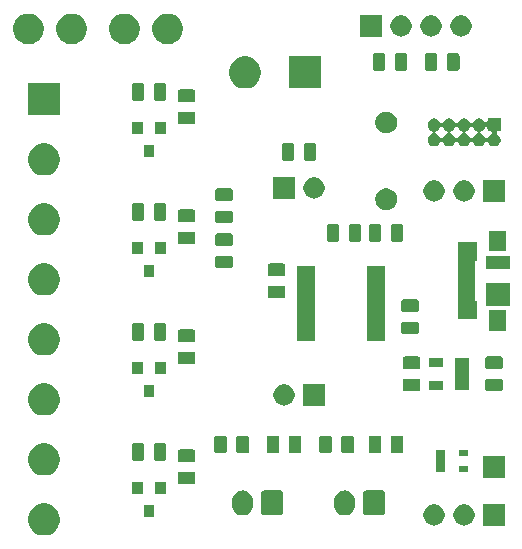
<source format=gbr>
G04 #@! TF.GenerationSoftware,KiCad,Pcbnew,(5.1.5)-3*
G04 #@! TF.CreationDate,2020-01-15T03:57:31-05:00*
G04 #@! TF.ProjectId,STM32 Klipper Expander,53544d33-3220-44b6-9c69-707065722045,rev?*
G04 #@! TF.SameCoordinates,Original*
G04 #@! TF.FileFunction,Soldermask,Top*
G04 #@! TF.FilePolarity,Negative*
%FSLAX46Y46*%
G04 Gerber Fmt 4.6, Leading zero omitted, Abs format (unit mm)*
G04 Created by KiCad (PCBNEW (5.1.5)-3) date 2020-01-15 03:57:31*
%MOMM*%
%LPD*%
G04 APERTURE LIST*
%ADD10C,0.100000*%
G04 APERTURE END LIST*
D10*
G36*
X108014072Y-95525918D02*
G01*
X108246664Y-95622260D01*
X108259939Y-95627759D01*
X108276762Y-95639000D01*
X108449808Y-95754626D01*
X108481212Y-95775610D01*
X108669390Y-95963788D01*
X108814654Y-96181189D01*
X108817242Y-96185063D01*
X108919082Y-96430928D01*
X108971000Y-96691937D01*
X108971000Y-96958063D01*
X108959007Y-97018354D01*
X108919082Y-97219072D01*
X108817241Y-97464939D01*
X108669390Y-97686212D01*
X108481212Y-97874390D01*
X108259939Y-98022241D01*
X108259938Y-98022242D01*
X108259937Y-98022242D01*
X108014072Y-98124082D01*
X107753063Y-98176000D01*
X107486937Y-98176000D01*
X107225928Y-98124082D01*
X106980063Y-98022242D01*
X106980062Y-98022242D01*
X106980061Y-98022241D01*
X106758788Y-97874390D01*
X106570610Y-97686212D01*
X106422759Y-97464939D01*
X106320918Y-97219072D01*
X106280993Y-97018354D01*
X106269000Y-96958063D01*
X106269000Y-96691937D01*
X106320918Y-96430928D01*
X106422758Y-96185063D01*
X106425347Y-96181189D01*
X106570610Y-95963788D01*
X106758788Y-95775610D01*
X106790193Y-95754626D01*
X106963238Y-95639000D01*
X106980061Y-95627759D01*
X106993337Y-95622260D01*
X107225928Y-95525918D01*
X107486937Y-95474000D01*
X107753063Y-95474000D01*
X108014072Y-95525918D01*
G37*
G36*
X146621000Y-97345000D02*
G01*
X144819000Y-97345000D01*
X144819000Y-95543000D01*
X146621000Y-95543000D01*
X146621000Y-97345000D01*
G37*
G36*
X140753512Y-95547927D02*
G01*
X140902812Y-95577624D01*
X141066784Y-95645544D01*
X141214354Y-95744147D01*
X141339853Y-95869646D01*
X141438456Y-96017216D01*
X141506376Y-96181188D01*
X141541000Y-96355259D01*
X141541000Y-96532741D01*
X141506376Y-96706812D01*
X141438456Y-96870784D01*
X141339853Y-97018354D01*
X141214354Y-97143853D01*
X141066784Y-97242456D01*
X140902812Y-97310376D01*
X140753512Y-97340073D01*
X140728742Y-97345000D01*
X140551258Y-97345000D01*
X140526488Y-97340073D01*
X140377188Y-97310376D01*
X140213216Y-97242456D01*
X140065646Y-97143853D01*
X139940147Y-97018354D01*
X139841544Y-96870784D01*
X139773624Y-96706812D01*
X139739000Y-96532741D01*
X139739000Y-96355259D01*
X139773624Y-96181188D01*
X139841544Y-96017216D01*
X139940147Y-95869646D01*
X140065646Y-95744147D01*
X140213216Y-95645544D01*
X140377188Y-95577624D01*
X140526488Y-95547927D01*
X140551258Y-95543000D01*
X140728742Y-95543000D01*
X140753512Y-95547927D01*
G37*
G36*
X143293512Y-95547927D02*
G01*
X143442812Y-95577624D01*
X143606784Y-95645544D01*
X143754354Y-95744147D01*
X143879853Y-95869646D01*
X143978456Y-96017216D01*
X144046376Y-96181188D01*
X144081000Y-96355259D01*
X144081000Y-96532741D01*
X144046376Y-96706812D01*
X143978456Y-96870784D01*
X143879853Y-97018354D01*
X143754354Y-97143853D01*
X143606784Y-97242456D01*
X143442812Y-97310376D01*
X143293512Y-97340073D01*
X143268742Y-97345000D01*
X143091258Y-97345000D01*
X143066488Y-97340073D01*
X142917188Y-97310376D01*
X142753216Y-97242456D01*
X142605646Y-97143853D01*
X142480147Y-97018354D01*
X142381544Y-96870784D01*
X142313624Y-96706812D01*
X142279000Y-96532741D01*
X142279000Y-96355259D01*
X142313624Y-96181188D01*
X142381544Y-96017216D01*
X142480147Y-95869646D01*
X142605646Y-95744147D01*
X142753216Y-95645544D01*
X142917188Y-95577624D01*
X143066488Y-95547927D01*
X143091258Y-95543000D01*
X143268742Y-95543000D01*
X143293512Y-95547927D01*
G37*
G36*
X116961000Y-96641000D02*
G01*
X116059000Y-96641000D01*
X116059000Y-95639000D01*
X116961000Y-95639000D01*
X116961000Y-96641000D01*
G37*
G36*
X133236627Y-94390037D02*
G01*
X133406466Y-94441557D01*
X133562991Y-94525222D01*
X133598729Y-94554552D01*
X133700186Y-94637814D01*
X133783448Y-94739271D01*
X133812778Y-94775009D01*
X133896443Y-94931534D01*
X133947963Y-95101374D01*
X133961000Y-95233743D01*
X133961000Y-95622258D01*
X133947963Y-95754627D01*
X133896443Y-95924466D01*
X133812778Y-96080991D01*
X133783448Y-96116729D01*
X133700186Y-96218186D01*
X133562989Y-96330779D01*
X133406467Y-96414442D01*
X133406465Y-96414443D01*
X133236626Y-96465963D01*
X133060000Y-96483359D01*
X132883373Y-96465963D01*
X132713534Y-96414443D01*
X132557009Y-96330778D01*
X132514750Y-96296097D01*
X132419814Y-96218186D01*
X132307221Y-96080989D01*
X132223558Y-95924467D01*
X132223557Y-95924465D01*
X132172037Y-95754626D01*
X132165518Y-95688441D01*
X132159000Y-95622259D01*
X132159000Y-95233740D01*
X132172037Y-95101375D01*
X132172037Y-95101373D01*
X132223557Y-94931534D01*
X132307222Y-94775009D01*
X132419815Y-94637815D01*
X132557010Y-94525222D01*
X132713535Y-94441557D01*
X132883374Y-94390037D01*
X133060000Y-94372641D01*
X133236627Y-94390037D01*
G37*
G36*
X124600627Y-94390037D02*
G01*
X124770466Y-94441557D01*
X124926991Y-94525222D01*
X124962729Y-94554552D01*
X125064186Y-94637814D01*
X125147448Y-94739271D01*
X125176778Y-94775009D01*
X125260443Y-94931534D01*
X125311963Y-95101374D01*
X125325000Y-95233743D01*
X125325000Y-95622258D01*
X125311963Y-95754627D01*
X125260443Y-95924466D01*
X125176778Y-96080991D01*
X125147448Y-96116729D01*
X125064186Y-96218186D01*
X124926989Y-96330779D01*
X124770467Y-96414442D01*
X124770465Y-96414443D01*
X124600626Y-96465963D01*
X124424000Y-96483359D01*
X124247373Y-96465963D01*
X124077534Y-96414443D01*
X123921009Y-96330778D01*
X123878750Y-96296097D01*
X123783814Y-96218186D01*
X123671221Y-96080989D01*
X123587558Y-95924467D01*
X123587557Y-95924465D01*
X123536037Y-95754626D01*
X123529518Y-95688441D01*
X123523000Y-95622259D01*
X123523000Y-95233740D01*
X123536037Y-95101375D01*
X123536037Y-95101373D01*
X123587557Y-94931534D01*
X123671222Y-94775009D01*
X123783815Y-94637815D01*
X123921010Y-94525222D01*
X124077535Y-94441557D01*
X124247374Y-94390037D01*
X124424000Y-94372641D01*
X124600627Y-94390037D01*
G37*
G36*
X136318600Y-94380989D02*
G01*
X136351652Y-94391015D01*
X136382103Y-94407292D01*
X136408799Y-94429201D01*
X136430708Y-94455897D01*
X136446985Y-94486348D01*
X136457011Y-94519400D01*
X136461000Y-94559903D01*
X136461000Y-96296097D01*
X136457011Y-96336600D01*
X136446985Y-96369652D01*
X136430708Y-96400103D01*
X136408799Y-96426799D01*
X136382103Y-96448708D01*
X136351652Y-96464985D01*
X136318600Y-96475011D01*
X136278097Y-96479000D01*
X134841903Y-96479000D01*
X134801400Y-96475011D01*
X134768348Y-96464985D01*
X134737897Y-96448708D01*
X134711201Y-96426799D01*
X134689292Y-96400103D01*
X134673015Y-96369652D01*
X134662989Y-96336600D01*
X134659000Y-96296097D01*
X134659000Y-94559903D01*
X134662989Y-94519400D01*
X134673015Y-94486348D01*
X134689292Y-94455897D01*
X134711201Y-94429201D01*
X134737897Y-94407292D01*
X134768348Y-94391015D01*
X134801400Y-94380989D01*
X134841903Y-94377000D01*
X136278097Y-94377000D01*
X136318600Y-94380989D01*
G37*
G36*
X127682600Y-94380989D02*
G01*
X127715652Y-94391015D01*
X127746103Y-94407292D01*
X127772799Y-94429201D01*
X127794708Y-94455897D01*
X127810985Y-94486348D01*
X127821011Y-94519400D01*
X127825000Y-94559903D01*
X127825000Y-96296097D01*
X127821011Y-96336600D01*
X127810985Y-96369652D01*
X127794708Y-96400103D01*
X127772799Y-96426799D01*
X127746103Y-96448708D01*
X127715652Y-96464985D01*
X127682600Y-96475011D01*
X127642097Y-96479000D01*
X126205903Y-96479000D01*
X126165400Y-96475011D01*
X126132348Y-96464985D01*
X126101897Y-96448708D01*
X126075201Y-96426799D01*
X126053292Y-96400103D01*
X126037015Y-96369652D01*
X126026989Y-96336600D01*
X126023000Y-96296097D01*
X126023000Y-94559903D01*
X126026989Y-94519400D01*
X126037015Y-94486348D01*
X126053292Y-94455897D01*
X126075201Y-94429201D01*
X126101897Y-94407292D01*
X126132348Y-94391015D01*
X126165400Y-94380989D01*
X126205903Y-94377000D01*
X127642097Y-94377000D01*
X127682600Y-94380989D01*
G37*
G36*
X116011000Y-94641000D02*
G01*
X115109000Y-94641000D01*
X115109000Y-93639000D01*
X116011000Y-93639000D01*
X116011000Y-94641000D01*
G37*
G36*
X117911000Y-94641000D02*
G01*
X117009000Y-94641000D01*
X117009000Y-93639000D01*
X117911000Y-93639000D01*
X117911000Y-94641000D01*
G37*
G36*
X120269468Y-92783565D02*
G01*
X120308138Y-92795296D01*
X120343777Y-92814346D01*
X120375017Y-92839983D01*
X120400654Y-92871223D01*
X120419704Y-92906862D01*
X120431435Y-92945532D01*
X120436000Y-92991888D01*
X120436000Y-93643112D01*
X120431435Y-93689468D01*
X120419704Y-93728138D01*
X120400654Y-93763777D01*
X120375017Y-93795017D01*
X120343777Y-93820654D01*
X120308138Y-93839704D01*
X120269468Y-93851435D01*
X120223112Y-93856000D01*
X119146888Y-93856000D01*
X119100532Y-93851435D01*
X119061862Y-93839704D01*
X119026223Y-93820654D01*
X118994983Y-93795017D01*
X118969346Y-93763777D01*
X118950296Y-93728138D01*
X118938565Y-93689468D01*
X118934000Y-93643112D01*
X118934000Y-92991888D01*
X118938565Y-92945532D01*
X118950296Y-92906862D01*
X118969346Y-92871223D01*
X118994983Y-92839983D01*
X119026223Y-92814346D01*
X119061862Y-92795296D01*
X119100532Y-92783565D01*
X119146888Y-92779000D01*
X120223112Y-92779000D01*
X120269468Y-92783565D01*
G37*
G36*
X146621000Y-93281000D02*
G01*
X144819000Y-93281000D01*
X144819000Y-91479000D01*
X146621000Y-91479000D01*
X146621000Y-93281000D01*
G37*
G36*
X108014072Y-90445918D02*
G01*
X108205506Y-90525212D01*
X108259939Y-90547759D01*
X108296050Y-90571888D01*
X108481211Y-90695609D01*
X108669391Y-90883789D01*
X108718142Y-90956750D01*
X108786777Y-91059468D01*
X108817242Y-91105063D01*
X108919082Y-91350928D01*
X108971000Y-91611937D01*
X108971000Y-91878063D01*
X108919082Y-92139072D01*
X108817242Y-92384937D01*
X108669391Y-92606211D01*
X108481211Y-92794391D01*
X108473572Y-92799495D01*
X108259939Y-92942241D01*
X108259938Y-92942242D01*
X108259937Y-92942242D01*
X108014072Y-93044082D01*
X107753063Y-93096000D01*
X107486937Y-93096000D01*
X107225928Y-93044082D01*
X106980063Y-92942242D01*
X106980062Y-92942242D01*
X106980061Y-92942241D01*
X106766428Y-92799495D01*
X106758789Y-92794391D01*
X106570609Y-92606211D01*
X106422758Y-92384937D01*
X106320918Y-92139072D01*
X106269000Y-91878063D01*
X106269000Y-91611937D01*
X106320918Y-91350928D01*
X106422758Y-91105063D01*
X106453224Y-91059468D01*
X106521858Y-90956750D01*
X106570609Y-90883789D01*
X106758789Y-90695609D01*
X106943950Y-90571888D01*
X106980061Y-90547759D01*
X107034495Y-90525212D01*
X107225928Y-90445918D01*
X107486937Y-90394000D01*
X107753063Y-90394000D01*
X108014072Y-90445918D01*
G37*
G36*
X141590000Y-92773000D02*
G01*
X140838000Y-92773000D01*
X140838000Y-90971000D01*
X141590000Y-90971000D01*
X141590000Y-92773000D01*
G37*
G36*
X143490000Y-92773000D02*
G01*
X142738000Y-92773000D01*
X142738000Y-92271000D01*
X143490000Y-92271000D01*
X143490000Y-92773000D01*
G37*
G36*
X120269468Y-90908565D02*
G01*
X120308138Y-90920296D01*
X120343777Y-90939346D01*
X120375017Y-90964983D01*
X120400654Y-90996223D01*
X120419704Y-91031862D01*
X120431435Y-91070532D01*
X120436000Y-91116888D01*
X120436000Y-91768112D01*
X120431435Y-91814468D01*
X120419704Y-91853138D01*
X120400654Y-91888777D01*
X120375017Y-91920017D01*
X120343777Y-91945654D01*
X120308138Y-91964704D01*
X120269468Y-91976435D01*
X120223112Y-91981000D01*
X119146888Y-91981000D01*
X119100532Y-91976435D01*
X119061862Y-91964704D01*
X119026223Y-91945654D01*
X118994983Y-91920017D01*
X118969346Y-91888777D01*
X118950296Y-91853138D01*
X118938565Y-91814468D01*
X118934000Y-91768112D01*
X118934000Y-91116888D01*
X118938565Y-91070532D01*
X118950296Y-91031862D01*
X118969346Y-90996223D01*
X118994983Y-90964983D01*
X119026223Y-90939346D01*
X119061862Y-90920296D01*
X119100532Y-90908565D01*
X119146888Y-90904000D01*
X120223112Y-90904000D01*
X120269468Y-90908565D01*
G37*
G36*
X117819468Y-90363565D02*
G01*
X117858138Y-90375296D01*
X117893777Y-90394346D01*
X117925017Y-90419983D01*
X117950654Y-90451223D01*
X117969704Y-90486862D01*
X117981435Y-90525532D01*
X117986000Y-90571888D01*
X117986000Y-91648112D01*
X117981435Y-91694468D01*
X117969704Y-91733138D01*
X117950654Y-91768777D01*
X117925017Y-91800017D01*
X117893777Y-91825654D01*
X117858138Y-91844704D01*
X117819468Y-91856435D01*
X117773112Y-91861000D01*
X117121888Y-91861000D01*
X117075532Y-91856435D01*
X117036862Y-91844704D01*
X117001223Y-91825654D01*
X116969983Y-91800017D01*
X116944346Y-91768777D01*
X116925296Y-91733138D01*
X116913565Y-91694468D01*
X116909000Y-91648112D01*
X116909000Y-90571888D01*
X116913565Y-90525532D01*
X116925296Y-90486862D01*
X116944346Y-90451223D01*
X116969983Y-90419983D01*
X117001223Y-90394346D01*
X117036862Y-90375296D01*
X117075532Y-90363565D01*
X117121888Y-90359000D01*
X117773112Y-90359000D01*
X117819468Y-90363565D01*
G37*
G36*
X115944468Y-90363565D02*
G01*
X115983138Y-90375296D01*
X116018777Y-90394346D01*
X116050017Y-90419983D01*
X116075654Y-90451223D01*
X116094704Y-90486862D01*
X116106435Y-90525532D01*
X116111000Y-90571888D01*
X116111000Y-91648112D01*
X116106435Y-91694468D01*
X116094704Y-91733138D01*
X116075654Y-91768777D01*
X116050017Y-91800017D01*
X116018777Y-91825654D01*
X115983138Y-91844704D01*
X115944468Y-91856435D01*
X115898112Y-91861000D01*
X115246888Y-91861000D01*
X115200532Y-91856435D01*
X115161862Y-91844704D01*
X115126223Y-91825654D01*
X115094983Y-91800017D01*
X115069346Y-91768777D01*
X115050296Y-91733138D01*
X115038565Y-91694468D01*
X115034000Y-91648112D01*
X115034000Y-90571888D01*
X115038565Y-90525532D01*
X115050296Y-90486862D01*
X115069346Y-90451223D01*
X115094983Y-90419983D01*
X115126223Y-90394346D01*
X115161862Y-90375296D01*
X115200532Y-90363565D01*
X115246888Y-90359000D01*
X115898112Y-90359000D01*
X115944468Y-90363565D01*
G37*
G36*
X143490000Y-91473000D02*
G01*
X142738000Y-91473000D01*
X142738000Y-90971000D01*
X143490000Y-90971000D01*
X143490000Y-91473000D01*
G37*
G36*
X131819468Y-89728565D02*
G01*
X131858138Y-89740296D01*
X131893777Y-89759346D01*
X131925017Y-89784983D01*
X131950654Y-89816223D01*
X131969704Y-89851862D01*
X131981435Y-89890532D01*
X131986000Y-89936888D01*
X131986000Y-91013112D01*
X131981435Y-91059468D01*
X131969704Y-91098138D01*
X131950654Y-91133777D01*
X131925017Y-91165017D01*
X131893777Y-91190654D01*
X131858138Y-91209704D01*
X131819468Y-91221435D01*
X131773112Y-91226000D01*
X131121888Y-91226000D01*
X131075532Y-91221435D01*
X131036862Y-91209704D01*
X131001223Y-91190654D01*
X130969983Y-91165017D01*
X130944346Y-91133777D01*
X130925296Y-91098138D01*
X130913565Y-91059468D01*
X130909000Y-91013112D01*
X130909000Y-89936888D01*
X130913565Y-89890532D01*
X130925296Y-89851862D01*
X130944346Y-89816223D01*
X130969983Y-89784983D01*
X131001223Y-89759346D01*
X131036862Y-89740296D01*
X131075532Y-89728565D01*
X131121888Y-89724000D01*
X131773112Y-89724000D01*
X131819468Y-89728565D01*
G37*
G36*
X136010468Y-89728565D02*
G01*
X136049138Y-89740296D01*
X136084777Y-89759346D01*
X136116017Y-89784983D01*
X136141654Y-89816223D01*
X136160704Y-89851862D01*
X136172435Y-89890532D01*
X136177000Y-89936888D01*
X136177000Y-91013112D01*
X136172435Y-91059468D01*
X136160704Y-91098138D01*
X136141654Y-91133777D01*
X136116017Y-91165017D01*
X136084777Y-91190654D01*
X136049138Y-91209704D01*
X136010468Y-91221435D01*
X135964112Y-91226000D01*
X135312888Y-91226000D01*
X135266532Y-91221435D01*
X135227862Y-91209704D01*
X135192223Y-91190654D01*
X135160983Y-91165017D01*
X135135346Y-91133777D01*
X135116296Y-91098138D01*
X135104565Y-91059468D01*
X135100000Y-91013112D01*
X135100000Y-89936888D01*
X135104565Y-89890532D01*
X135116296Y-89851862D01*
X135135346Y-89816223D01*
X135160983Y-89784983D01*
X135192223Y-89759346D01*
X135227862Y-89740296D01*
X135266532Y-89728565D01*
X135312888Y-89724000D01*
X135964112Y-89724000D01*
X136010468Y-89728565D01*
G37*
G36*
X137885468Y-89728565D02*
G01*
X137924138Y-89740296D01*
X137959777Y-89759346D01*
X137991017Y-89784983D01*
X138016654Y-89816223D01*
X138035704Y-89851862D01*
X138047435Y-89890532D01*
X138052000Y-89936888D01*
X138052000Y-91013112D01*
X138047435Y-91059468D01*
X138035704Y-91098138D01*
X138016654Y-91133777D01*
X137991017Y-91165017D01*
X137959777Y-91190654D01*
X137924138Y-91209704D01*
X137885468Y-91221435D01*
X137839112Y-91226000D01*
X137187888Y-91226000D01*
X137141532Y-91221435D01*
X137102862Y-91209704D01*
X137067223Y-91190654D01*
X137035983Y-91165017D01*
X137010346Y-91133777D01*
X136991296Y-91098138D01*
X136979565Y-91059468D01*
X136975000Y-91013112D01*
X136975000Y-89936888D01*
X136979565Y-89890532D01*
X136991296Y-89851862D01*
X137010346Y-89816223D01*
X137035983Y-89784983D01*
X137067223Y-89759346D01*
X137102862Y-89740296D01*
X137141532Y-89728565D01*
X137187888Y-89724000D01*
X137839112Y-89724000D01*
X137885468Y-89728565D01*
G37*
G36*
X133694468Y-89728565D02*
G01*
X133733138Y-89740296D01*
X133768777Y-89759346D01*
X133800017Y-89784983D01*
X133825654Y-89816223D01*
X133844704Y-89851862D01*
X133856435Y-89890532D01*
X133861000Y-89936888D01*
X133861000Y-91013112D01*
X133856435Y-91059468D01*
X133844704Y-91098138D01*
X133825654Y-91133777D01*
X133800017Y-91165017D01*
X133768777Y-91190654D01*
X133733138Y-91209704D01*
X133694468Y-91221435D01*
X133648112Y-91226000D01*
X132996888Y-91226000D01*
X132950532Y-91221435D01*
X132911862Y-91209704D01*
X132876223Y-91190654D01*
X132844983Y-91165017D01*
X132819346Y-91133777D01*
X132800296Y-91098138D01*
X132788565Y-91059468D01*
X132784000Y-91013112D01*
X132784000Y-89936888D01*
X132788565Y-89890532D01*
X132800296Y-89851862D01*
X132819346Y-89816223D01*
X132844983Y-89784983D01*
X132876223Y-89759346D01*
X132911862Y-89740296D01*
X132950532Y-89728565D01*
X132996888Y-89724000D01*
X133648112Y-89724000D01*
X133694468Y-89728565D01*
G37*
G36*
X124804468Y-89728565D02*
G01*
X124843138Y-89740296D01*
X124878777Y-89759346D01*
X124910017Y-89784983D01*
X124935654Y-89816223D01*
X124954704Y-89851862D01*
X124966435Y-89890532D01*
X124971000Y-89936888D01*
X124971000Y-91013112D01*
X124966435Y-91059468D01*
X124954704Y-91098138D01*
X124935654Y-91133777D01*
X124910017Y-91165017D01*
X124878777Y-91190654D01*
X124843138Y-91209704D01*
X124804468Y-91221435D01*
X124758112Y-91226000D01*
X124106888Y-91226000D01*
X124060532Y-91221435D01*
X124021862Y-91209704D01*
X123986223Y-91190654D01*
X123954983Y-91165017D01*
X123929346Y-91133777D01*
X123910296Y-91098138D01*
X123898565Y-91059468D01*
X123894000Y-91013112D01*
X123894000Y-89936888D01*
X123898565Y-89890532D01*
X123910296Y-89851862D01*
X123929346Y-89816223D01*
X123954983Y-89784983D01*
X123986223Y-89759346D01*
X124021862Y-89740296D01*
X124060532Y-89728565D01*
X124106888Y-89724000D01*
X124758112Y-89724000D01*
X124804468Y-89728565D01*
G37*
G36*
X122929468Y-89728565D02*
G01*
X122968138Y-89740296D01*
X123003777Y-89759346D01*
X123035017Y-89784983D01*
X123060654Y-89816223D01*
X123079704Y-89851862D01*
X123091435Y-89890532D01*
X123096000Y-89936888D01*
X123096000Y-91013112D01*
X123091435Y-91059468D01*
X123079704Y-91098138D01*
X123060654Y-91133777D01*
X123035017Y-91165017D01*
X123003777Y-91190654D01*
X122968138Y-91209704D01*
X122929468Y-91221435D01*
X122883112Y-91226000D01*
X122231888Y-91226000D01*
X122185532Y-91221435D01*
X122146862Y-91209704D01*
X122111223Y-91190654D01*
X122079983Y-91165017D01*
X122054346Y-91133777D01*
X122035296Y-91098138D01*
X122023565Y-91059468D01*
X122019000Y-91013112D01*
X122019000Y-89936888D01*
X122023565Y-89890532D01*
X122035296Y-89851862D01*
X122054346Y-89816223D01*
X122079983Y-89784983D01*
X122111223Y-89759346D01*
X122146862Y-89740296D01*
X122185532Y-89728565D01*
X122231888Y-89724000D01*
X122883112Y-89724000D01*
X122929468Y-89728565D01*
G37*
G36*
X127374468Y-89728565D02*
G01*
X127413138Y-89740296D01*
X127448777Y-89759346D01*
X127480017Y-89784983D01*
X127505654Y-89816223D01*
X127524704Y-89851862D01*
X127536435Y-89890532D01*
X127541000Y-89936888D01*
X127541000Y-91013112D01*
X127536435Y-91059468D01*
X127524704Y-91098138D01*
X127505654Y-91133777D01*
X127480017Y-91165017D01*
X127448777Y-91190654D01*
X127413138Y-91209704D01*
X127374468Y-91221435D01*
X127328112Y-91226000D01*
X126676888Y-91226000D01*
X126630532Y-91221435D01*
X126591862Y-91209704D01*
X126556223Y-91190654D01*
X126524983Y-91165017D01*
X126499346Y-91133777D01*
X126480296Y-91098138D01*
X126468565Y-91059468D01*
X126464000Y-91013112D01*
X126464000Y-89936888D01*
X126468565Y-89890532D01*
X126480296Y-89851862D01*
X126499346Y-89816223D01*
X126524983Y-89784983D01*
X126556223Y-89759346D01*
X126591862Y-89740296D01*
X126630532Y-89728565D01*
X126676888Y-89724000D01*
X127328112Y-89724000D01*
X127374468Y-89728565D01*
G37*
G36*
X129249468Y-89728565D02*
G01*
X129288138Y-89740296D01*
X129323777Y-89759346D01*
X129355017Y-89784983D01*
X129380654Y-89816223D01*
X129399704Y-89851862D01*
X129411435Y-89890532D01*
X129416000Y-89936888D01*
X129416000Y-91013112D01*
X129411435Y-91059468D01*
X129399704Y-91098138D01*
X129380654Y-91133777D01*
X129355017Y-91165017D01*
X129323777Y-91190654D01*
X129288138Y-91209704D01*
X129249468Y-91221435D01*
X129203112Y-91226000D01*
X128551888Y-91226000D01*
X128505532Y-91221435D01*
X128466862Y-91209704D01*
X128431223Y-91190654D01*
X128399983Y-91165017D01*
X128374346Y-91133777D01*
X128355296Y-91098138D01*
X128343565Y-91059468D01*
X128339000Y-91013112D01*
X128339000Y-89936888D01*
X128343565Y-89890532D01*
X128355296Y-89851862D01*
X128374346Y-89816223D01*
X128399983Y-89784983D01*
X128431223Y-89759346D01*
X128466862Y-89740296D01*
X128505532Y-89728565D01*
X128551888Y-89724000D01*
X129203112Y-89724000D01*
X129249468Y-89728565D01*
G37*
G36*
X108014072Y-85365918D02*
G01*
X108259939Y-85467759D01*
X108276762Y-85479000D01*
X108481211Y-85615609D01*
X108669391Y-85803789D01*
X108735775Y-85903139D01*
X108814654Y-86021189D01*
X108817242Y-86025063D01*
X108919082Y-86270928D01*
X108971000Y-86531937D01*
X108971000Y-86798063D01*
X108959007Y-86858354D01*
X108919082Y-87059072D01*
X108817241Y-87304939D01*
X108669390Y-87526212D01*
X108481212Y-87714390D01*
X108259939Y-87862241D01*
X108259938Y-87862242D01*
X108259937Y-87862242D01*
X108014072Y-87964082D01*
X107753063Y-88016000D01*
X107486937Y-88016000D01*
X107225928Y-87964082D01*
X106980063Y-87862242D01*
X106980062Y-87862242D01*
X106980061Y-87862241D01*
X106758788Y-87714390D01*
X106570610Y-87526212D01*
X106422759Y-87304939D01*
X106320918Y-87059072D01*
X106280993Y-86858354D01*
X106269000Y-86798063D01*
X106269000Y-86531937D01*
X106320918Y-86270928D01*
X106422758Y-86025063D01*
X106425347Y-86021189D01*
X106504225Y-85903139D01*
X106570609Y-85803789D01*
X106758789Y-85615609D01*
X106963238Y-85479000D01*
X106980061Y-85467759D01*
X107225928Y-85365918D01*
X107486937Y-85314000D01*
X107753063Y-85314000D01*
X108014072Y-85365918D01*
G37*
G36*
X131381000Y-87185000D02*
G01*
X129579000Y-87185000D01*
X129579000Y-85383000D01*
X131381000Y-85383000D01*
X131381000Y-87185000D01*
G37*
G36*
X128053512Y-85387927D02*
G01*
X128202812Y-85417624D01*
X128366784Y-85485544D01*
X128514354Y-85584147D01*
X128639853Y-85709646D01*
X128738456Y-85857216D01*
X128806376Y-86021188D01*
X128841000Y-86195259D01*
X128841000Y-86372741D01*
X128806376Y-86546812D01*
X128738456Y-86710784D01*
X128639853Y-86858354D01*
X128514354Y-86983853D01*
X128366784Y-87082456D01*
X128202812Y-87150376D01*
X128053512Y-87180073D01*
X128028742Y-87185000D01*
X127851258Y-87185000D01*
X127826488Y-87180073D01*
X127677188Y-87150376D01*
X127513216Y-87082456D01*
X127365646Y-86983853D01*
X127240147Y-86858354D01*
X127141544Y-86710784D01*
X127073624Y-86546812D01*
X127039000Y-86372741D01*
X127039000Y-86195259D01*
X127073624Y-86021188D01*
X127141544Y-85857216D01*
X127240147Y-85709646D01*
X127365646Y-85584147D01*
X127513216Y-85485544D01*
X127677188Y-85417624D01*
X127826488Y-85387927D01*
X127851258Y-85383000D01*
X128028742Y-85383000D01*
X128053512Y-85387927D01*
G37*
G36*
X116961000Y-86481000D02*
G01*
X116059000Y-86481000D01*
X116059000Y-85479000D01*
X116961000Y-85479000D01*
X116961000Y-86481000D01*
G37*
G36*
X139319468Y-84909565D02*
G01*
X139358138Y-84921296D01*
X139393777Y-84940346D01*
X139425017Y-84965983D01*
X139450654Y-84997223D01*
X139469704Y-85032862D01*
X139481435Y-85071532D01*
X139486000Y-85117888D01*
X139486000Y-85769112D01*
X139481435Y-85815468D01*
X139469704Y-85854138D01*
X139450654Y-85889777D01*
X139425017Y-85921017D01*
X139393777Y-85946654D01*
X139358138Y-85965704D01*
X139319468Y-85977435D01*
X139273112Y-85982000D01*
X138196888Y-85982000D01*
X138150532Y-85977435D01*
X138111862Y-85965704D01*
X138076223Y-85946654D01*
X138044983Y-85921017D01*
X138019346Y-85889777D01*
X138000296Y-85854138D01*
X137988565Y-85815468D01*
X137984000Y-85769112D01*
X137984000Y-85117888D01*
X137988565Y-85071532D01*
X138000296Y-85032862D01*
X138019346Y-84997223D01*
X138044983Y-84965983D01*
X138076223Y-84940346D01*
X138111862Y-84921296D01*
X138150532Y-84909565D01*
X138196888Y-84905000D01*
X139273112Y-84905000D01*
X139319468Y-84909565D01*
G37*
G36*
X146304468Y-84909565D02*
G01*
X146343138Y-84921296D01*
X146378777Y-84940346D01*
X146410017Y-84965983D01*
X146435654Y-84997223D01*
X146454704Y-85032862D01*
X146466435Y-85071532D01*
X146471000Y-85117888D01*
X146471000Y-85769112D01*
X146466435Y-85815468D01*
X146454704Y-85854138D01*
X146435654Y-85889777D01*
X146410017Y-85921017D01*
X146378777Y-85946654D01*
X146343138Y-85965704D01*
X146304468Y-85977435D01*
X146258112Y-85982000D01*
X145181888Y-85982000D01*
X145135532Y-85977435D01*
X145096862Y-85965704D01*
X145061223Y-85946654D01*
X145029983Y-85921017D01*
X145004346Y-85889777D01*
X144985296Y-85854138D01*
X144973565Y-85815468D01*
X144969000Y-85769112D01*
X144969000Y-85117888D01*
X144973565Y-85071532D01*
X144985296Y-85032862D01*
X145004346Y-84997223D01*
X145029983Y-84965983D01*
X145061223Y-84940346D01*
X145096862Y-84921296D01*
X145135532Y-84909565D01*
X145181888Y-84905000D01*
X146258112Y-84905000D01*
X146304468Y-84909565D01*
G37*
G36*
X141391000Y-85832000D02*
G01*
X140229000Y-85832000D01*
X140229000Y-85080000D01*
X141391000Y-85080000D01*
X141391000Y-85832000D01*
G37*
G36*
X143591000Y-85832000D02*
G01*
X142429000Y-85832000D01*
X142429000Y-83180000D01*
X143591000Y-83180000D01*
X143591000Y-85832000D01*
G37*
G36*
X116011000Y-84481000D02*
G01*
X115109000Y-84481000D01*
X115109000Y-83479000D01*
X116011000Y-83479000D01*
X116011000Y-84481000D01*
G37*
G36*
X117911000Y-84481000D02*
G01*
X117009000Y-84481000D01*
X117009000Y-83479000D01*
X117911000Y-83479000D01*
X117911000Y-84481000D01*
G37*
G36*
X139319468Y-83034565D02*
G01*
X139358138Y-83046296D01*
X139393777Y-83065346D01*
X139425017Y-83090983D01*
X139450654Y-83122223D01*
X139469704Y-83157862D01*
X139481435Y-83196532D01*
X139486000Y-83242888D01*
X139486000Y-83894112D01*
X139481435Y-83940468D01*
X139469704Y-83979138D01*
X139450654Y-84014777D01*
X139425017Y-84046017D01*
X139393777Y-84071654D01*
X139358138Y-84090704D01*
X139319468Y-84102435D01*
X139273112Y-84107000D01*
X138196888Y-84107000D01*
X138150532Y-84102435D01*
X138111862Y-84090704D01*
X138076223Y-84071654D01*
X138044983Y-84046017D01*
X138019346Y-84014777D01*
X138000296Y-83979138D01*
X137988565Y-83940468D01*
X137984000Y-83894112D01*
X137984000Y-83242888D01*
X137988565Y-83196532D01*
X138000296Y-83157862D01*
X138019346Y-83122223D01*
X138044983Y-83090983D01*
X138076223Y-83065346D01*
X138111862Y-83046296D01*
X138150532Y-83034565D01*
X138196888Y-83030000D01*
X139273112Y-83030000D01*
X139319468Y-83034565D01*
G37*
G36*
X146304468Y-83034565D02*
G01*
X146343138Y-83046296D01*
X146378777Y-83065346D01*
X146410017Y-83090983D01*
X146435654Y-83122223D01*
X146454704Y-83157862D01*
X146466435Y-83196532D01*
X146471000Y-83242888D01*
X146471000Y-83894112D01*
X146466435Y-83940468D01*
X146454704Y-83979138D01*
X146435654Y-84014777D01*
X146410017Y-84046017D01*
X146378777Y-84071654D01*
X146343138Y-84090704D01*
X146304468Y-84102435D01*
X146258112Y-84107000D01*
X145181888Y-84107000D01*
X145135532Y-84102435D01*
X145096862Y-84090704D01*
X145061223Y-84071654D01*
X145029983Y-84046017D01*
X145004346Y-84014777D01*
X144985296Y-83979138D01*
X144973565Y-83940468D01*
X144969000Y-83894112D01*
X144969000Y-83242888D01*
X144973565Y-83196532D01*
X144985296Y-83157862D01*
X145004346Y-83122223D01*
X145029983Y-83090983D01*
X145061223Y-83065346D01*
X145096862Y-83046296D01*
X145135532Y-83034565D01*
X145181888Y-83030000D01*
X146258112Y-83030000D01*
X146304468Y-83034565D01*
G37*
G36*
X141391000Y-83932000D02*
G01*
X140229000Y-83932000D01*
X140229000Y-83180000D01*
X141391000Y-83180000D01*
X141391000Y-83932000D01*
G37*
G36*
X120269468Y-82623565D02*
G01*
X120308138Y-82635296D01*
X120343777Y-82654346D01*
X120375017Y-82679983D01*
X120400654Y-82711223D01*
X120419704Y-82746862D01*
X120431435Y-82785532D01*
X120436000Y-82831888D01*
X120436000Y-83483112D01*
X120431435Y-83529468D01*
X120419704Y-83568138D01*
X120400654Y-83603777D01*
X120375017Y-83635017D01*
X120343777Y-83660654D01*
X120308138Y-83679704D01*
X120269468Y-83691435D01*
X120223112Y-83696000D01*
X119146888Y-83696000D01*
X119100532Y-83691435D01*
X119061862Y-83679704D01*
X119026223Y-83660654D01*
X118994983Y-83635017D01*
X118969346Y-83603777D01*
X118950296Y-83568138D01*
X118938565Y-83529468D01*
X118934000Y-83483112D01*
X118934000Y-82831888D01*
X118938565Y-82785532D01*
X118950296Y-82746862D01*
X118969346Y-82711223D01*
X118994983Y-82679983D01*
X119026223Y-82654346D01*
X119061862Y-82635296D01*
X119100532Y-82623565D01*
X119146888Y-82619000D01*
X120223112Y-82619000D01*
X120269468Y-82623565D01*
G37*
G36*
X108014072Y-80285918D02*
G01*
X108205506Y-80365212D01*
X108259939Y-80387759D01*
X108296050Y-80411888D01*
X108481211Y-80535609D01*
X108669391Y-80723789D01*
X108723643Y-80804983D01*
X108815939Y-80943112D01*
X108817242Y-80945063D01*
X108919082Y-81190928D01*
X108971000Y-81451937D01*
X108971000Y-81718063D01*
X108919082Y-81979072D01*
X108817242Y-82224937D01*
X108669391Y-82446211D01*
X108481211Y-82634391D01*
X108473572Y-82639495D01*
X108259939Y-82782241D01*
X108259938Y-82782242D01*
X108259937Y-82782242D01*
X108014072Y-82884082D01*
X107753063Y-82936000D01*
X107486937Y-82936000D01*
X107225928Y-82884082D01*
X106980063Y-82782242D01*
X106980062Y-82782242D01*
X106980061Y-82782241D01*
X106766428Y-82639495D01*
X106758789Y-82634391D01*
X106570609Y-82446211D01*
X106422758Y-82224937D01*
X106320918Y-81979072D01*
X106269000Y-81718063D01*
X106269000Y-81451937D01*
X106320918Y-81190928D01*
X106422758Y-80945063D01*
X106424062Y-80943112D01*
X106516357Y-80804983D01*
X106570609Y-80723789D01*
X106758789Y-80535609D01*
X106943950Y-80411888D01*
X106980061Y-80387759D01*
X107034495Y-80365212D01*
X107225928Y-80285918D01*
X107486937Y-80234000D01*
X107753063Y-80234000D01*
X108014072Y-80285918D01*
G37*
G36*
X120269468Y-80748565D02*
G01*
X120308138Y-80760296D01*
X120343777Y-80779346D01*
X120375017Y-80804983D01*
X120400654Y-80836223D01*
X120419704Y-80871862D01*
X120431435Y-80910532D01*
X120436000Y-80956888D01*
X120436000Y-81608112D01*
X120431435Y-81654468D01*
X120419704Y-81693138D01*
X120400654Y-81728777D01*
X120375017Y-81760017D01*
X120343777Y-81785654D01*
X120308138Y-81804704D01*
X120269468Y-81816435D01*
X120223112Y-81821000D01*
X119146888Y-81821000D01*
X119100532Y-81816435D01*
X119061862Y-81804704D01*
X119026223Y-81785654D01*
X118994983Y-81760017D01*
X118969346Y-81728777D01*
X118950296Y-81693138D01*
X118938565Y-81654468D01*
X118934000Y-81608112D01*
X118934000Y-80956888D01*
X118938565Y-80910532D01*
X118950296Y-80871862D01*
X118969346Y-80836223D01*
X118994983Y-80804983D01*
X119026223Y-80779346D01*
X119061862Y-80760296D01*
X119100532Y-80748565D01*
X119146888Y-80744000D01*
X120223112Y-80744000D01*
X120269468Y-80748565D01*
G37*
G36*
X136492000Y-81738000D02*
G01*
X134940000Y-81738000D01*
X134940000Y-75336000D01*
X136492000Y-75336000D01*
X136492000Y-81738000D01*
G37*
G36*
X130592000Y-81738000D02*
G01*
X129040000Y-81738000D01*
X129040000Y-75336000D01*
X130592000Y-75336000D01*
X130592000Y-81738000D01*
G37*
G36*
X115944468Y-80203565D02*
G01*
X115983138Y-80215296D01*
X116018777Y-80234346D01*
X116050017Y-80259983D01*
X116075654Y-80291223D01*
X116094704Y-80326862D01*
X116106435Y-80365532D01*
X116111000Y-80411888D01*
X116111000Y-81488112D01*
X116106435Y-81534468D01*
X116094704Y-81573138D01*
X116075654Y-81608777D01*
X116050017Y-81640017D01*
X116018777Y-81665654D01*
X115983138Y-81684704D01*
X115944468Y-81696435D01*
X115898112Y-81701000D01*
X115246888Y-81701000D01*
X115200532Y-81696435D01*
X115161862Y-81684704D01*
X115126223Y-81665654D01*
X115094983Y-81640017D01*
X115069346Y-81608777D01*
X115050296Y-81573138D01*
X115038565Y-81534468D01*
X115034000Y-81488112D01*
X115034000Y-80411888D01*
X115038565Y-80365532D01*
X115050296Y-80326862D01*
X115069346Y-80291223D01*
X115094983Y-80259983D01*
X115126223Y-80234346D01*
X115161862Y-80215296D01*
X115200532Y-80203565D01*
X115246888Y-80199000D01*
X115898112Y-80199000D01*
X115944468Y-80203565D01*
G37*
G36*
X117819468Y-80203565D02*
G01*
X117858138Y-80215296D01*
X117893777Y-80234346D01*
X117925017Y-80259983D01*
X117950654Y-80291223D01*
X117969704Y-80326862D01*
X117981435Y-80365532D01*
X117986000Y-80411888D01*
X117986000Y-81488112D01*
X117981435Y-81534468D01*
X117969704Y-81573138D01*
X117950654Y-81608777D01*
X117925017Y-81640017D01*
X117893777Y-81665654D01*
X117858138Y-81684704D01*
X117819468Y-81696435D01*
X117773112Y-81701000D01*
X117121888Y-81701000D01*
X117075532Y-81696435D01*
X117036862Y-81684704D01*
X117001223Y-81665654D01*
X116969983Y-81640017D01*
X116944346Y-81608777D01*
X116925296Y-81573138D01*
X116913565Y-81534468D01*
X116909000Y-81488112D01*
X116909000Y-80411888D01*
X116913565Y-80365532D01*
X116925296Y-80326862D01*
X116944346Y-80291223D01*
X116969983Y-80259983D01*
X117001223Y-80234346D01*
X117036862Y-80215296D01*
X117075532Y-80203565D01*
X117121888Y-80199000D01*
X117773112Y-80199000D01*
X117819468Y-80203565D01*
G37*
G36*
X139192468Y-80083565D02*
G01*
X139231138Y-80095296D01*
X139266777Y-80114346D01*
X139298017Y-80139983D01*
X139323654Y-80171223D01*
X139342704Y-80206862D01*
X139354435Y-80245532D01*
X139359000Y-80291888D01*
X139359000Y-80943112D01*
X139354435Y-80989468D01*
X139342704Y-81028138D01*
X139323654Y-81063777D01*
X139298017Y-81095017D01*
X139266777Y-81120654D01*
X139231138Y-81139704D01*
X139192468Y-81151435D01*
X139146112Y-81156000D01*
X138069888Y-81156000D01*
X138023532Y-81151435D01*
X137984862Y-81139704D01*
X137949223Y-81120654D01*
X137917983Y-81095017D01*
X137892346Y-81063777D01*
X137873296Y-81028138D01*
X137861565Y-80989468D01*
X137857000Y-80943112D01*
X137857000Y-80291888D01*
X137861565Y-80245532D01*
X137873296Y-80206862D01*
X137892346Y-80171223D01*
X137917983Y-80139983D01*
X137949223Y-80114346D01*
X137984862Y-80095296D01*
X138023532Y-80083565D01*
X138069888Y-80079000D01*
X139146112Y-80079000D01*
X139192468Y-80083565D01*
G37*
G36*
X146732000Y-80883000D02*
G01*
X145330000Y-80883000D01*
X145330000Y-79131000D01*
X146732000Y-79131000D01*
X146732000Y-80883000D01*
G37*
G36*
X144282000Y-74908000D02*
G01*
X144236999Y-74908000D01*
X144212613Y-74910402D01*
X144189164Y-74917515D01*
X144167553Y-74929066D01*
X144148611Y-74944611D01*
X144133066Y-74963553D01*
X144121515Y-74985164D01*
X144114402Y-75008613D01*
X144112000Y-75032999D01*
X144112000Y-78231001D01*
X144114402Y-78255387D01*
X144121515Y-78278836D01*
X144133066Y-78300447D01*
X144148611Y-78319389D01*
X144167553Y-78334934D01*
X144189164Y-78346485D01*
X144212613Y-78353598D01*
X144236999Y-78356000D01*
X144282000Y-78356000D01*
X144282000Y-79883000D01*
X142630000Y-79883000D01*
X142630000Y-73381000D01*
X144282000Y-73381000D01*
X144282000Y-74908000D01*
G37*
G36*
X139192468Y-78208565D02*
G01*
X139231138Y-78220296D01*
X139266777Y-78239346D01*
X139298017Y-78264983D01*
X139323654Y-78296223D01*
X139342704Y-78331862D01*
X139354435Y-78370532D01*
X139359000Y-78416888D01*
X139359000Y-79068112D01*
X139354435Y-79114468D01*
X139342704Y-79153138D01*
X139323654Y-79188777D01*
X139298017Y-79220017D01*
X139266777Y-79245654D01*
X139231138Y-79264704D01*
X139192468Y-79276435D01*
X139146112Y-79281000D01*
X138069888Y-79281000D01*
X138023532Y-79276435D01*
X137984862Y-79264704D01*
X137949223Y-79245654D01*
X137917983Y-79220017D01*
X137892346Y-79188777D01*
X137873296Y-79153138D01*
X137861565Y-79114468D01*
X137857000Y-79068112D01*
X137857000Y-78416888D01*
X137861565Y-78370532D01*
X137873296Y-78331862D01*
X137892346Y-78296223D01*
X137917983Y-78264983D01*
X137949223Y-78239346D01*
X137984862Y-78220296D01*
X138023532Y-78208565D01*
X138069888Y-78204000D01*
X139146112Y-78204000D01*
X139192468Y-78208565D01*
G37*
G36*
X147032000Y-78733000D02*
G01*
X145030000Y-78733000D01*
X145030000Y-76831000D01*
X147032000Y-76831000D01*
X147032000Y-78733000D01*
G37*
G36*
X127889468Y-77035565D02*
G01*
X127928138Y-77047296D01*
X127963777Y-77066346D01*
X127995017Y-77091983D01*
X128020654Y-77123223D01*
X128039704Y-77158862D01*
X128051435Y-77197532D01*
X128056000Y-77243888D01*
X128056000Y-77895112D01*
X128051435Y-77941468D01*
X128039704Y-77980138D01*
X128020654Y-78015777D01*
X127995017Y-78047017D01*
X127963777Y-78072654D01*
X127928138Y-78091704D01*
X127889468Y-78103435D01*
X127843112Y-78108000D01*
X126766888Y-78108000D01*
X126720532Y-78103435D01*
X126681862Y-78091704D01*
X126646223Y-78072654D01*
X126614983Y-78047017D01*
X126589346Y-78015777D01*
X126570296Y-77980138D01*
X126558565Y-77941468D01*
X126554000Y-77895112D01*
X126554000Y-77243888D01*
X126558565Y-77197532D01*
X126570296Y-77158862D01*
X126589346Y-77123223D01*
X126614983Y-77091983D01*
X126646223Y-77066346D01*
X126681862Y-77047296D01*
X126720532Y-77035565D01*
X126766888Y-77031000D01*
X127843112Y-77031000D01*
X127889468Y-77035565D01*
G37*
G36*
X108014072Y-75205918D02*
G01*
X108238190Y-75298750D01*
X108259939Y-75307759D01*
X108276762Y-75319000D01*
X108481211Y-75455609D01*
X108669391Y-75643789D01*
X108817242Y-75865063D01*
X108919082Y-76110928D01*
X108971000Y-76371937D01*
X108971000Y-76638063D01*
X108919082Y-76899072D01*
X108817242Y-77144937D01*
X108669391Y-77366211D01*
X108481211Y-77554391D01*
X108371328Y-77627813D01*
X108259939Y-77702241D01*
X108259938Y-77702242D01*
X108259937Y-77702242D01*
X108014072Y-77804082D01*
X107753063Y-77856000D01*
X107486937Y-77856000D01*
X107225928Y-77804082D01*
X106980063Y-77702242D01*
X106980062Y-77702242D01*
X106980061Y-77702241D01*
X106868672Y-77627813D01*
X106758789Y-77554391D01*
X106570609Y-77366211D01*
X106422758Y-77144937D01*
X106320918Y-76899072D01*
X106269000Y-76638063D01*
X106269000Y-76371937D01*
X106320918Y-76110928D01*
X106422758Y-75865063D01*
X106570609Y-75643789D01*
X106758789Y-75455609D01*
X106963238Y-75319000D01*
X106980061Y-75307759D01*
X107001811Y-75298750D01*
X107225928Y-75205918D01*
X107486937Y-75154000D01*
X107753063Y-75154000D01*
X108014072Y-75205918D01*
G37*
G36*
X116961000Y-76321000D02*
G01*
X116059000Y-76321000D01*
X116059000Y-75319000D01*
X116961000Y-75319000D01*
X116961000Y-76321000D01*
G37*
G36*
X127889468Y-75160565D02*
G01*
X127928138Y-75172296D01*
X127963777Y-75191346D01*
X127995017Y-75216983D01*
X128020654Y-75248223D01*
X128039704Y-75283862D01*
X128051435Y-75322532D01*
X128056000Y-75368888D01*
X128056000Y-76020112D01*
X128051435Y-76066468D01*
X128039704Y-76105138D01*
X128020654Y-76140777D01*
X127995017Y-76172017D01*
X127963777Y-76197654D01*
X127928138Y-76216704D01*
X127889468Y-76228435D01*
X127843112Y-76233000D01*
X126766888Y-76233000D01*
X126720532Y-76228435D01*
X126681862Y-76216704D01*
X126646223Y-76197654D01*
X126614983Y-76172017D01*
X126589346Y-76140777D01*
X126570296Y-76105138D01*
X126558565Y-76066468D01*
X126554000Y-76020112D01*
X126554000Y-75368888D01*
X126558565Y-75322532D01*
X126570296Y-75283862D01*
X126589346Y-75248223D01*
X126614983Y-75216983D01*
X126646223Y-75191346D01*
X126681862Y-75172296D01*
X126720532Y-75160565D01*
X126766888Y-75156000D01*
X127843112Y-75156000D01*
X127889468Y-75160565D01*
G37*
G36*
X147032000Y-75633000D02*
G01*
X145030000Y-75633000D01*
X145030000Y-74531000D01*
X147032000Y-74531000D01*
X147032000Y-75633000D01*
G37*
G36*
X123444468Y-74495565D02*
G01*
X123483138Y-74507296D01*
X123518777Y-74526346D01*
X123550017Y-74551983D01*
X123575654Y-74583223D01*
X123594704Y-74618862D01*
X123606435Y-74657532D01*
X123611000Y-74703888D01*
X123611000Y-75355112D01*
X123606435Y-75401468D01*
X123594704Y-75440138D01*
X123575654Y-75475777D01*
X123550017Y-75507017D01*
X123518777Y-75532654D01*
X123483138Y-75551704D01*
X123444468Y-75563435D01*
X123398112Y-75568000D01*
X122321888Y-75568000D01*
X122275532Y-75563435D01*
X122236862Y-75551704D01*
X122201223Y-75532654D01*
X122169983Y-75507017D01*
X122144346Y-75475777D01*
X122125296Y-75440138D01*
X122113565Y-75401468D01*
X122109000Y-75355112D01*
X122109000Y-74703888D01*
X122113565Y-74657532D01*
X122125296Y-74618862D01*
X122144346Y-74583223D01*
X122169983Y-74551983D01*
X122201223Y-74526346D01*
X122236862Y-74507296D01*
X122275532Y-74495565D01*
X122321888Y-74491000D01*
X123398112Y-74491000D01*
X123444468Y-74495565D01*
G37*
G36*
X117911000Y-74321000D02*
G01*
X117009000Y-74321000D01*
X117009000Y-73319000D01*
X117911000Y-73319000D01*
X117911000Y-74321000D01*
G37*
G36*
X116011000Y-74321000D02*
G01*
X115109000Y-74321000D01*
X115109000Y-73319000D01*
X116011000Y-73319000D01*
X116011000Y-74321000D01*
G37*
G36*
X146732000Y-74133000D02*
G01*
X145330000Y-74133000D01*
X145330000Y-72381000D01*
X146732000Y-72381000D01*
X146732000Y-74133000D01*
G37*
G36*
X123444468Y-72620565D02*
G01*
X123483138Y-72632296D01*
X123518777Y-72651346D01*
X123550017Y-72676983D01*
X123575654Y-72708223D01*
X123594704Y-72743862D01*
X123606435Y-72782532D01*
X123611000Y-72828888D01*
X123611000Y-73480112D01*
X123606435Y-73526468D01*
X123594704Y-73565138D01*
X123575654Y-73600777D01*
X123550017Y-73632017D01*
X123518777Y-73657654D01*
X123483138Y-73676704D01*
X123444468Y-73688435D01*
X123398112Y-73693000D01*
X122321888Y-73693000D01*
X122275532Y-73688435D01*
X122236862Y-73676704D01*
X122201223Y-73657654D01*
X122169983Y-73632017D01*
X122144346Y-73600777D01*
X122125296Y-73565138D01*
X122113565Y-73526468D01*
X122109000Y-73480112D01*
X122109000Y-72828888D01*
X122113565Y-72782532D01*
X122125296Y-72743862D01*
X122144346Y-72708223D01*
X122169983Y-72676983D01*
X122201223Y-72651346D01*
X122236862Y-72632296D01*
X122275532Y-72620565D01*
X122321888Y-72616000D01*
X123398112Y-72616000D01*
X123444468Y-72620565D01*
G37*
G36*
X120269468Y-72463565D02*
G01*
X120308138Y-72475296D01*
X120343777Y-72494346D01*
X120375017Y-72519983D01*
X120400654Y-72551223D01*
X120419704Y-72586862D01*
X120431435Y-72625532D01*
X120436000Y-72671888D01*
X120436000Y-73323112D01*
X120431435Y-73369468D01*
X120419704Y-73408138D01*
X120400654Y-73443777D01*
X120375017Y-73475017D01*
X120343777Y-73500654D01*
X120308138Y-73519704D01*
X120269468Y-73531435D01*
X120223112Y-73536000D01*
X119146888Y-73536000D01*
X119100532Y-73531435D01*
X119061862Y-73519704D01*
X119026223Y-73500654D01*
X118994983Y-73475017D01*
X118969346Y-73443777D01*
X118950296Y-73408138D01*
X118938565Y-73369468D01*
X118934000Y-73323112D01*
X118934000Y-72671888D01*
X118938565Y-72625532D01*
X118950296Y-72586862D01*
X118969346Y-72551223D01*
X118994983Y-72519983D01*
X119026223Y-72494346D01*
X119061862Y-72475296D01*
X119100532Y-72463565D01*
X119146888Y-72459000D01*
X120223112Y-72459000D01*
X120269468Y-72463565D01*
G37*
G36*
X134329468Y-71821565D02*
G01*
X134368138Y-71833296D01*
X134403777Y-71852346D01*
X134435017Y-71877983D01*
X134460654Y-71909223D01*
X134479704Y-71944862D01*
X134491435Y-71983532D01*
X134496000Y-72029888D01*
X134496000Y-73106112D01*
X134491435Y-73152468D01*
X134479704Y-73191138D01*
X134460654Y-73226777D01*
X134435017Y-73258017D01*
X134403777Y-73283654D01*
X134368138Y-73302704D01*
X134329468Y-73314435D01*
X134283112Y-73319000D01*
X133631888Y-73319000D01*
X133585532Y-73314435D01*
X133546862Y-73302704D01*
X133511223Y-73283654D01*
X133479983Y-73258017D01*
X133454346Y-73226777D01*
X133435296Y-73191138D01*
X133423565Y-73152468D01*
X133419000Y-73106112D01*
X133419000Y-72029888D01*
X133423565Y-71983532D01*
X133435296Y-71944862D01*
X133454346Y-71909223D01*
X133479983Y-71877983D01*
X133511223Y-71852346D01*
X133546862Y-71833296D01*
X133585532Y-71821565D01*
X133631888Y-71817000D01*
X134283112Y-71817000D01*
X134329468Y-71821565D01*
G37*
G36*
X132454468Y-71821565D02*
G01*
X132493138Y-71833296D01*
X132528777Y-71852346D01*
X132560017Y-71877983D01*
X132585654Y-71909223D01*
X132604704Y-71944862D01*
X132616435Y-71983532D01*
X132621000Y-72029888D01*
X132621000Y-73106112D01*
X132616435Y-73152468D01*
X132604704Y-73191138D01*
X132585654Y-73226777D01*
X132560017Y-73258017D01*
X132528777Y-73283654D01*
X132493138Y-73302704D01*
X132454468Y-73314435D01*
X132408112Y-73319000D01*
X131756888Y-73319000D01*
X131710532Y-73314435D01*
X131671862Y-73302704D01*
X131636223Y-73283654D01*
X131604983Y-73258017D01*
X131579346Y-73226777D01*
X131560296Y-73191138D01*
X131548565Y-73152468D01*
X131544000Y-73106112D01*
X131544000Y-72029888D01*
X131548565Y-71983532D01*
X131560296Y-71944862D01*
X131579346Y-71909223D01*
X131604983Y-71877983D01*
X131636223Y-71852346D01*
X131671862Y-71833296D01*
X131710532Y-71821565D01*
X131756888Y-71817000D01*
X132408112Y-71817000D01*
X132454468Y-71821565D01*
G37*
G36*
X136010468Y-71821565D02*
G01*
X136049138Y-71833296D01*
X136084777Y-71852346D01*
X136116017Y-71877983D01*
X136141654Y-71909223D01*
X136160704Y-71944862D01*
X136172435Y-71983532D01*
X136177000Y-72029888D01*
X136177000Y-73106112D01*
X136172435Y-73152468D01*
X136160704Y-73191138D01*
X136141654Y-73226777D01*
X136116017Y-73258017D01*
X136084777Y-73283654D01*
X136049138Y-73302704D01*
X136010468Y-73314435D01*
X135964112Y-73319000D01*
X135312888Y-73319000D01*
X135266532Y-73314435D01*
X135227862Y-73302704D01*
X135192223Y-73283654D01*
X135160983Y-73258017D01*
X135135346Y-73226777D01*
X135116296Y-73191138D01*
X135104565Y-73152468D01*
X135100000Y-73106112D01*
X135100000Y-72029888D01*
X135104565Y-71983532D01*
X135116296Y-71944862D01*
X135135346Y-71909223D01*
X135160983Y-71877983D01*
X135192223Y-71852346D01*
X135227862Y-71833296D01*
X135266532Y-71821565D01*
X135312888Y-71817000D01*
X135964112Y-71817000D01*
X136010468Y-71821565D01*
G37*
G36*
X137885468Y-71821565D02*
G01*
X137924138Y-71833296D01*
X137959777Y-71852346D01*
X137991017Y-71877983D01*
X138016654Y-71909223D01*
X138035704Y-71944862D01*
X138047435Y-71983532D01*
X138052000Y-72029888D01*
X138052000Y-73106112D01*
X138047435Y-73152468D01*
X138035704Y-73191138D01*
X138016654Y-73226777D01*
X137991017Y-73258017D01*
X137959777Y-73283654D01*
X137924138Y-73302704D01*
X137885468Y-73314435D01*
X137839112Y-73319000D01*
X137187888Y-73319000D01*
X137141532Y-73314435D01*
X137102862Y-73302704D01*
X137067223Y-73283654D01*
X137035983Y-73258017D01*
X137010346Y-73226777D01*
X136991296Y-73191138D01*
X136979565Y-73152468D01*
X136975000Y-73106112D01*
X136975000Y-72029888D01*
X136979565Y-71983532D01*
X136991296Y-71944862D01*
X137010346Y-71909223D01*
X137035983Y-71877983D01*
X137067223Y-71852346D01*
X137102862Y-71833296D01*
X137141532Y-71821565D01*
X137187888Y-71817000D01*
X137839112Y-71817000D01*
X137885468Y-71821565D01*
G37*
G36*
X108014072Y-70125918D02*
G01*
X108205506Y-70205212D01*
X108259939Y-70227759D01*
X108296050Y-70251888D01*
X108481211Y-70375609D01*
X108669391Y-70563789D01*
X108723643Y-70644983D01*
X108761404Y-70701495D01*
X108817242Y-70785063D01*
X108919082Y-71030928D01*
X108971000Y-71291937D01*
X108971000Y-71558063D01*
X108919082Y-71819072D01*
X108817242Y-72064937D01*
X108669391Y-72286211D01*
X108481211Y-72474391D01*
X108473572Y-72479495D01*
X108259939Y-72622241D01*
X108259938Y-72622242D01*
X108259937Y-72622242D01*
X108014072Y-72724082D01*
X107753063Y-72776000D01*
X107486937Y-72776000D01*
X107225928Y-72724082D01*
X106980063Y-72622242D01*
X106980062Y-72622242D01*
X106980061Y-72622241D01*
X106766428Y-72479495D01*
X106758789Y-72474391D01*
X106570609Y-72286211D01*
X106422758Y-72064937D01*
X106320918Y-71819072D01*
X106269000Y-71558063D01*
X106269000Y-71291937D01*
X106320918Y-71030928D01*
X106422758Y-70785063D01*
X106478597Y-70701495D01*
X106516357Y-70644983D01*
X106570609Y-70563789D01*
X106758789Y-70375609D01*
X106943950Y-70251888D01*
X106980061Y-70227759D01*
X107034495Y-70205212D01*
X107225928Y-70125918D01*
X107486937Y-70074000D01*
X107753063Y-70074000D01*
X108014072Y-70125918D01*
G37*
G36*
X123444468Y-70685565D02*
G01*
X123483138Y-70697296D01*
X123518777Y-70716346D01*
X123550017Y-70741983D01*
X123575654Y-70773223D01*
X123594704Y-70808862D01*
X123606435Y-70847532D01*
X123611000Y-70893888D01*
X123611000Y-71545112D01*
X123606435Y-71591468D01*
X123594704Y-71630138D01*
X123575654Y-71665777D01*
X123550017Y-71697017D01*
X123518777Y-71722654D01*
X123483138Y-71741704D01*
X123444468Y-71753435D01*
X123398112Y-71758000D01*
X122321888Y-71758000D01*
X122275532Y-71753435D01*
X122236862Y-71741704D01*
X122201223Y-71722654D01*
X122169983Y-71697017D01*
X122144346Y-71665777D01*
X122125296Y-71630138D01*
X122113565Y-71591468D01*
X122109000Y-71545112D01*
X122109000Y-70893888D01*
X122113565Y-70847532D01*
X122125296Y-70808862D01*
X122144346Y-70773223D01*
X122169983Y-70741983D01*
X122201223Y-70716346D01*
X122236862Y-70697296D01*
X122275532Y-70685565D01*
X122321888Y-70681000D01*
X123398112Y-70681000D01*
X123444468Y-70685565D01*
G37*
G36*
X120269468Y-70588565D02*
G01*
X120308138Y-70600296D01*
X120343777Y-70619346D01*
X120375017Y-70644983D01*
X120400654Y-70676223D01*
X120419704Y-70711862D01*
X120431435Y-70750532D01*
X120436000Y-70796888D01*
X120436000Y-71448112D01*
X120431435Y-71494468D01*
X120419704Y-71533138D01*
X120400654Y-71568777D01*
X120375017Y-71600017D01*
X120343777Y-71625654D01*
X120308138Y-71644704D01*
X120269468Y-71656435D01*
X120223112Y-71661000D01*
X119146888Y-71661000D01*
X119100532Y-71656435D01*
X119061862Y-71644704D01*
X119026223Y-71625654D01*
X118994983Y-71600017D01*
X118969346Y-71568777D01*
X118950296Y-71533138D01*
X118938565Y-71494468D01*
X118934000Y-71448112D01*
X118934000Y-70796888D01*
X118938565Y-70750532D01*
X118950296Y-70711862D01*
X118969346Y-70676223D01*
X118994983Y-70644983D01*
X119026223Y-70619346D01*
X119061862Y-70600296D01*
X119100532Y-70588565D01*
X119146888Y-70584000D01*
X120223112Y-70584000D01*
X120269468Y-70588565D01*
G37*
G36*
X115944468Y-70043565D02*
G01*
X115983138Y-70055296D01*
X116018777Y-70074346D01*
X116050017Y-70099983D01*
X116075654Y-70131223D01*
X116094704Y-70166862D01*
X116106435Y-70205532D01*
X116111000Y-70251888D01*
X116111000Y-71328112D01*
X116106435Y-71374468D01*
X116094704Y-71413138D01*
X116075654Y-71448777D01*
X116050017Y-71480017D01*
X116018777Y-71505654D01*
X115983138Y-71524704D01*
X115944468Y-71536435D01*
X115898112Y-71541000D01*
X115246888Y-71541000D01*
X115200532Y-71536435D01*
X115161862Y-71524704D01*
X115126223Y-71505654D01*
X115094983Y-71480017D01*
X115069346Y-71448777D01*
X115050296Y-71413138D01*
X115038565Y-71374468D01*
X115034000Y-71328112D01*
X115034000Y-70251888D01*
X115038565Y-70205532D01*
X115050296Y-70166862D01*
X115069346Y-70131223D01*
X115094983Y-70099983D01*
X115126223Y-70074346D01*
X115161862Y-70055296D01*
X115200532Y-70043565D01*
X115246888Y-70039000D01*
X115898112Y-70039000D01*
X115944468Y-70043565D01*
G37*
G36*
X117819468Y-70043565D02*
G01*
X117858138Y-70055296D01*
X117893777Y-70074346D01*
X117925017Y-70099983D01*
X117950654Y-70131223D01*
X117969704Y-70166862D01*
X117981435Y-70205532D01*
X117986000Y-70251888D01*
X117986000Y-71328112D01*
X117981435Y-71374468D01*
X117969704Y-71413138D01*
X117950654Y-71448777D01*
X117925017Y-71480017D01*
X117893777Y-71505654D01*
X117858138Y-71524704D01*
X117819468Y-71536435D01*
X117773112Y-71541000D01*
X117121888Y-71541000D01*
X117075532Y-71536435D01*
X117036862Y-71524704D01*
X117001223Y-71505654D01*
X116969983Y-71480017D01*
X116944346Y-71448777D01*
X116925296Y-71413138D01*
X116913565Y-71374468D01*
X116909000Y-71328112D01*
X116909000Y-70251888D01*
X116913565Y-70205532D01*
X116925296Y-70166862D01*
X116944346Y-70131223D01*
X116969983Y-70099983D01*
X117001223Y-70074346D01*
X117036862Y-70055296D01*
X117075532Y-70043565D01*
X117121888Y-70039000D01*
X117773112Y-70039000D01*
X117819468Y-70043565D01*
G37*
G36*
X136846104Y-68831585D02*
G01*
X137014626Y-68901389D01*
X137166291Y-69002728D01*
X137295272Y-69131709D01*
X137396611Y-69283374D01*
X137466415Y-69451896D01*
X137502000Y-69630797D01*
X137502000Y-69813203D01*
X137466415Y-69992104D01*
X137396611Y-70160626D01*
X137295272Y-70312291D01*
X137166291Y-70441272D01*
X137014626Y-70542611D01*
X136846104Y-70612415D01*
X136667203Y-70648000D01*
X136484797Y-70648000D01*
X136305896Y-70612415D01*
X136137374Y-70542611D01*
X135985709Y-70441272D01*
X135856728Y-70312291D01*
X135755389Y-70160626D01*
X135685585Y-69992104D01*
X135650000Y-69813203D01*
X135650000Y-69630797D01*
X135685585Y-69451896D01*
X135755389Y-69283374D01*
X135856728Y-69131709D01*
X135985709Y-69002728D01*
X136137374Y-68901389D01*
X136305896Y-68831585D01*
X136484797Y-68796000D01*
X136667203Y-68796000D01*
X136846104Y-68831585D01*
G37*
G36*
X146621000Y-69913000D02*
G01*
X144819000Y-69913000D01*
X144819000Y-68111000D01*
X146621000Y-68111000D01*
X146621000Y-69913000D01*
G37*
G36*
X143293512Y-68115927D02*
G01*
X143442812Y-68145624D01*
X143606784Y-68213544D01*
X143754354Y-68312147D01*
X143879853Y-68437646D01*
X143978456Y-68585216D01*
X144046376Y-68749188D01*
X144081000Y-68923259D01*
X144081000Y-69100741D01*
X144046376Y-69274812D01*
X143978456Y-69438784D01*
X143879853Y-69586354D01*
X143754354Y-69711853D01*
X143606784Y-69810456D01*
X143442812Y-69878376D01*
X143293512Y-69908073D01*
X143268742Y-69913000D01*
X143091258Y-69913000D01*
X143066488Y-69908073D01*
X142917188Y-69878376D01*
X142753216Y-69810456D01*
X142605646Y-69711853D01*
X142480147Y-69586354D01*
X142381544Y-69438784D01*
X142313624Y-69274812D01*
X142279000Y-69100741D01*
X142279000Y-68923259D01*
X142313624Y-68749188D01*
X142381544Y-68585216D01*
X142480147Y-68437646D01*
X142605646Y-68312147D01*
X142753216Y-68213544D01*
X142917188Y-68145624D01*
X143066488Y-68115927D01*
X143091258Y-68111000D01*
X143268742Y-68111000D01*
X143293512Y-68115927D01*
G37*
G36*
X140753512Y-68115927D02*
G01*
X140902812Y-68145624D01*
X141066784Y-68213544D01*
X141214354Y-68312147D01*
X141339853Y-68437646D01*
X141438456Y-68585216D01*
X141506376Y-68749188D01*
X141541000Y-68923259D01*
X141541000Y-69100741D01*
X141506376Y-69274812D01*
X141438456Y-69438784D01*
X141339853Y-69586354D01*
X141214354Y-69711853D01*
X141066784Y-69810456D01*
X140902812Y-69878376D01*
X140753512Y-69908073D01*
X140728742Y-69913000D01*
X140551258Y-69913000D01*
X140526488Y-69908073D01*
X140377188Y-69878376D01*
X140213216Y-69810456D01*
X140065646Y-69711853D01*
X139940147Y-69586354D01*
X139841544Y-69438784D01*
X139773624Y-69274812D01*
X139739000Y-69100741D01*
X139739000Y-68923259D01*
X139773624Y-68749188D01*
X139841544Y-68585216D01*
X139940147Y-68437646D01*
X140065646Y-68312147D01*
X140213216Y-68213544D01*
X140377188Y-68145624D01*
X140526488Y-68115927D01*
X140551258Y-68111000D01*
X140728742Y-68111000D01*
X140753512Y-68115927D01*
G37*
G36*
X123444468Y-68810565D02*
G01*
X123483138Y-68822296D01*
X123518777Y-68841346D01*
X123550017Y-68866983D01*
X123575654Y-68898223D01*
X123594704Y-68933862D01*
X123606435Y-68972532D01*
X123611000Y-69018888D01*
X123611000Y-69670112D01*
X123606435Y-69716468D01*
X123594704Y-69755138D01*
X123575654Y-69790777D01*
X123550017Y-69822017D01*
X123518777Y-69847654D01*
X123483138Y-69866704D01*
X123444468Y-69878435D01*
X123398112Y-69883000D01*
X122321888Y-69883000D01*
X122275532Y-69878435D01*
X122236862Y-69866704D01*
X122201223Y-69847654D01*
X122169983Y-69822017D01*
X122144346Y-69790777D01*
X122125296Y-69755138D01*
X122113565Y-69716468D01*
X122109000Y-69670112D01*
X122109000Y-69018888D01*
X122113565Y-68972532D01*
X122125296Y-68933862D01*
X122144346Y-68898223D01*
X122169983Y-68866983D01*
X122201223Y-68841346D01*
X122236862Y-68822296D01*
X122275532Y-68810565D01*
X122321888Y-68806000D01*
X123398112Y-68806000D01*
X123444468Y-68810565D01*
G37*
G36*
X128841000Y-69659000D02*
G01*
X127039000Y-69659000D01*
X127039000Y-67857000D01*
X128841000Y-67857000D01*
X128841000Y-69659000D01*
G37*
G36*
X130593512Y-67861927D02*
G01*
X130742812Y-67891624D01*
X130906784Y-67959544D01*
X131054354Y-68058147D01*
X131179853Y-68183646D01*
X131278456Y-68331216D01*
X131346376Y-68495188D01*
X131381000Y-68669259D01*
X131381000Y-68846741D01*
X131346376Y-69020812D01*
X131278456Y-69184784D01*
X131179853Y-69332354D01*
X131054354Y-69457853D01*
X130906784Y-69556456D01*
X130742812Y-69624376D01*
X130593512Y-69654073D01*
X130568742Y-69659000D01*
X130391258Y-69659000D01*
X130366488Y-69654073D01*
X130217188Y-69624376D01*
X130053216Y-69556456D01*
X129905646Y-69457853D01*
X129780147Y-69332354D01*
X129681544Y-69184784D01*
X129613624Y-69020812D01*
X129579000Y-68846741D01*
X129579000Y-68669259D01*
X129613624Y-68495188D01*
X129681544Y-68331216D01*
X129780147Y-68183646D01*
X129905646Y-68058147D01*
X130053216Y-67959544D01*
X130217188Y-67891624D01*
X130366488Y-67861927D01*
X130391258Y-67857000D01*
X130568742Y-67857000D01*
X130593512Y-67861927D01*
G37*
G36*
X108014072Y-65045918D02*
G01*
X108205506Y-65125212D01*
X108259939Y-65147759D01*
X108276762Y-65159000D01*
X108481211Y-65295609D01*
X108669391Y-65483789D01*
X108817242Y-65705063D01*
X108919082Y-65950928D01*
X108966985Y-66191750D01*
X108971000Y-66211938D01*
X108971000Y-66478062D01*
X108919082Y-66739072D01*
X108817241Y-66984939D01*
X108669390Y-67206212D01*
X108481212Y-67394390D01*
X108259939Y-67542241D01*
X108259938Y-67542242D01*
X108259937Y-67542242D01*
X108014072Y-67644082D01*
X107753063Y-67696000D01*
X107486937Y-67696000D01*
X107225928Y-67644082D01*
X106980063Y-67542242D01*
X106980062Y-67542242D01*
X106980061Y-67542241D01*
X106758788Y-67394390D01*
X106570610Y-67206212D01*
X106422759Y-66984939D01*
X106320918Y-66739072D01*
X106269000Y-66478062D01*
X106269000Y-66211938D01*
X106273016Y-66191750D01*
X106320918Y-65950928D01*
X106422758Y-65705063D01*
X106570609Y-65483789D01*
X106758789Y-65295609D01*
X106963238Y-65159000D01*
X106980061Y-65147759D01*
X107034495Y-65125212D01*
X107225928Y-65045918D01*
X107486937Y-64994000D01*
X107753063Y-64994000D01*
X108014072Y-65045918D01*
G37*
G36*
X130519468Y-64963565D02*
G01*
X130558138Y-64975296D01*
X130593777Y-64994346D01*
X130625017Y-65019983D01*
X130650654Y-65051223D01*
X130669704Y-65086862D01*
X130681435Y-65125532D01*
X130686000Y-65171888D01*
X130686000Y-66248112D01*
X130681435Y-66294468D01*
X130669704Y-66333138D01*
X130650654Y-66368777D01*
X130625017Y-66400017D01*
X130593777Y-66425654D01*
X130558138Y-66444704D01*
X130519468Y-66456435D01*
X130473112Y-66461000D01*
X129821888Y-66461000D01*
X129775532Y-66456435D01*
X129736862Y-66444704D01*
X129701223Y-66425654D01*
X129669983Y-66400017D01*
X129644346Y-66368777D01*
X129625296Y-66333138D01*
X129613565Y-66294468D01*
X129609000Y-66248112D01*
X129609000Y-65171888D01*
X129613565Y-65125532D01*
X129625296Y-65086862D01*
X129644346Y-65051223D01*
X129669983Y-65019983D01*
X129701223Y-64994346D01*
X129736862Y-64975296D01*
X129775532Y-64963565D01*
X129821888Y-64959000D01*
X130473112Y-64959000D01*
X130519468Y-64963565D01*
G37*
G36*
X128644468Y-64963565D02*
G01*
X128683138Y-64975296D01*
X128718777Y-64994346D01*
X128750017Y-65019983D01*
X128775654Y-65051223D01*
X128794704Y-65086862D01*
X128806435Y-65125532D01*
X128811000Y-65171888D01*
X128811000Y-66248112D01*
X128806435Y-66294468D01*
X128794704Y-66333138D01*
X128775654Y-66368777D01*
X128750017Y-66400017D01*
X128718777Y-66425654D01*
X128683138Y-66444704D01*
X128644468Y-66456435D01*
X128598112Y-66461000D01*
X127946888Y-66461000D01*
X127900532Y-66456435D01*
X127861862Y-66444704D01*
X127826223Y-66425654D01*
X127794983Y-66400017D01*
X127769346Y-66368777D01*
X127750296Y-66333138D01*
X127738565Y-66294468D01*
X127734000Y-66248112D01*
X127734000Y-65171888D01*
X127738565Y-65125532D01*
X127750296Y-65086862D01*
X127769346Y-65051223D01*
X127794983Y-65019983D01*
X127826223Y-64994346D01*
X127861862Y-64975296D01*
X127900532Y-64963565D01*
X127946888Y-64959000D01*
X128598112Y-64959000D01*
X128644468Y-64963565D01*
G37*
G36*
X116961000Y-66161000D02*
G01*
X116059000Y-66161000D01*
X116059000Y-65159000D01*
X116961000Y-65159000D01*
X116961000Y-66161000D01*
G37*
G36*
X140800721Y-62894174D02*
G01*
X140900995Y-62935709D01*
X140900996Y-62935710D01*
X140991242Y-62996010D01*
X141067990Y-63072758D01*
X141098345Y-63118188D01*
X141128291Y-63163005D01*
X141159516Y-63238389D01*
X141171067Y-63260000D01*
X141186612Y-63278941D01*
X141205554Y-63294487D01*
X141227165Y-63306038D01*
X141250614Y-63313151D01*
X141275000Y-63315553D01*
X141299386Y-63313151D01*
X141322835Y-63306038D01*
X141344446Y-63294487D01*
X141363387Y-63278942D01*
X141378933Y-63260000D01*
X141390484Y-63238389D01*
X141421709Y-63163005D01*
X141451655Y-63118188D01*
X141482010Y-63072758D01*
X141558758Y-62996010D01*
X141649004Y-62935710D01*
X141649005Y-62935709D01*
X141749279Y-62894174D01*
X141855730Y-62873000D01*
X141964270Y-62873000D01*
X142070721Y-62894174D01*
X142170995Y-62935709D01*
X142170996Y-62935710D01*
X142261242Y-62996010D01*
X142337990Y-63072758D01*
X142368345Y-63118188D01*
X142398291Y-63163005D01*
X142429516Y-63238389D01*
X142441067Y-63260000D01*
X142456612Y-63278941D01*
X142475554Y-63294487D01*
X142497165Y-63306038D01*
X142520614Y-63313151D01*
X142545000Y-63315553D01*
X142569386Y-63313151D01*
X142592835Y-63306038D01*
X142614446Y-63294487D01*
X142633387Y-63278942D01*
X142648933Y-63260000D01*
X142660484Y-63238389D01*
X142691709Y-63163005D01*
X142721655Y-63118188D01*
X142752010Y-63072758D01*
X142828758Y-62996010D01*
X142919004Y-62935710D01*
X142919005Y-62935709D01*
X143019279Y-62894174D01*
X143125730Y-62873000D01*
X143234270Y-62873000D01*
X143340721Y-62894174D01*
X143440995Y-62935709D01*
X143440996Y-62935710D01*
X143531242Y-62996010D01*
X143607990Y-63072758D01*
X143638345Y-63118188D01*
X143668291Y-63163005D01*
X143699516Y-63238389D01*
X143711067Y-63260000D01*
X143726612Y-63278941D01*
X143745554Y-63294487D01*
X143767165Y-63306038D01*
X143790614Y-63313151D01*
X143815000Y-63315553D01*
X143839386Y-63313151D01*
X143862835Y-63306038D01*
X143884446Y-63294487D01*
X143903387Y-63278942D01*
X143918933Y-63260000D01*
X143930484Y-63238389D01*
X143961709Y-63163005D01*
X143991655Y-63118188D01*
X144022010Y-63072758D01*
X144098758Y-62996010D01*
X144189004Y-62935710D01*
X144189005Y-62935709D01*
X144289279Y-62894174D01*
X144395730Y-62873000D01*
X144504270Y-62873000D01*
X144610721Y-62894174D01*
X144710995Y-62935709D01*
X144710996Y-62935710D01*
X144801242Y-62996010D01*
X144877990Y-63072758D01*
X144877991Y-63072760D01*
X144940068Y-63165664D01*
X144955614Y-63184606D01*
X144974556Y-63200151D01*
X144996167Y-63211702D01*
X145019615Y-63218815D01*
X145044002Y-63221217D01*
X145068388Y-63218815D01*
X145091837Y-63211702D01*
X145113447Y-63200151D01*
X145132389Y-63184605D01*
X145147934Y-63165663D01*
X145159485Y-63144052D01*
X145166598Y-63120604D01*
X145169000Y-63096218D01*
X145169000Y-62873000D01*
X146271000Y-62873000D01*
X146271000Y-63975000D01*
X146047782Y-63975000D01*
X146023396Y-63977402D01*
X145999947Y-63984515D01*
X145978336Y-63996066D01*
X145959394Y-64011611D01*
X145943849Y-64030553D01*
X145932298Y-64052164D01*
X145925185Y-64075613D01*
X145922783Y-64099999D01*
X145925185Y-64124385D01*
X145932298Y-64147834D01*
X145943849Y-64169445D01*
X145959394Y-64188387D01*
X145978336Y-64203932D01*
X146039816Y-64245012D01*
X146071242Y-64266010D01*
X146147990Y-64342758D01*
X146147991Y-64342760D01*
X146208291Y-64433005D01*
X146249826Y-64533279D01*
X146271000Y-64639730D01*
X146271000Y-64748270D01*
X146249826Y-64854721D01*
X146208291Y-64954995D01*
X146182229Y-64994000D01*
X146147990Y-65045242D01*
X146071242Y-65121990D01*
X146065941Y-65125532D01*
X145980995Y-65182291D01*
X145880721Y-65223826D01*
X145774270Y-65245000D01*
X145665730Y-65245000D01*
X145559279Y-65223826D01*
X145459005Y-65182291D01*
X145374059Y-65125532D01*
X145368758Y-65121990D01*
X145292010Y-65045242D01*
X145257771Y-64994000D01*
X145231709Y-64954995D01*
X145200484Y-64879611D01*
X145188933Y-64858000D01*
X145173388Y-64839059D01*
X145154446Y-64823513D01*
X145132835Y-64811962D01*
X145109386Y-64804849D01*
X145085000Y-64802447D01*
X145060614Y-64804849D01*
X145037165Y-64811962D01*
X145015554Y-64823513D01*
X144996613Y-64839058D01*
X144981067Y-64858000D01*
X144969516Y-64879611D01*
X144938291Y-64954995D01*
X144912229Y-64994000D01*
X144877990Y-65045242D01*
X144801242Y-65121990D01*
X144795941Y-65125532D01*
X144710995Y-65182291D01*
X144610721Y-65223826D01*
X144504270Y-65245000D01*
X144395730Y-65245000D01*
X144289279Y-65223826D01*
X144189005Y-65182291D01*
X144104059Y-65125532D01*
X144098758Y-65121990D01*
X144022010Y-65045242D01*
X143987771Y-64994000D01*
X143961709Y-64954995D01*
X143930484Y-64879611D01*
X143918933Y-64858000D01*
X143903388Y-64839059D01*
X143884446Y-64823513D01*
X143862835Y-64811962D01*
X143839386Y-64804849D01*
X143815000Y-64802447D01*
X143790614Y-64804849D01*
X143767165Y-64811962D01*
X143745554Y-64823513D01*
X143726613Y-64839058D01*
X143711067Y-64858000D01*
X143699516Y-64879611D01*
X143668291Y-64954995D01*
X143642229Y-64994000D01*
X143607990Y-65045242D01*
X143531242Y-65121990D01*
X143525941Y-65125532D01*
X143440995Y-65182291D01*
X143340721Y-65223826D01*
X143234270Y-65245000D01*
X143125730Y-65245000D01*
X143019279Y-65223826D01*
X142919005Y-65182291D01*
X142834059Y-65125532D01*
X142828758Y-65121990D01*
X142752010Y-65045242D01*
X142717771Y-64994000D01*
X142691709Y-64954995D01*
X142660484Y-64879611D01*
X142648933Y-64858000D01*
X142633388Y-64839059D01*
X142614446Y-64823513D01*
X142592835Y-64811962D01*
X142569386Y-64804849D01*
X142545000Y-64802447D01*
X142520614Y-64804849D01*
X142497165Y-64811962D01*
X142475554Y-64823513D01*
X142456613Y-64839058D01*
X142441067Y-64858000D01*
X142429516Y-64879611D01*
X142398291Y-64954995D01*
X142372229Y-64994000D01*
X142337990Y-65045242D01*
X142261242Y-65121990D01*
X142255941Y-65125532D01*
X142170995Y-65182291D01*
X142070721Y-65223826D01*
X141964270Y-65245000D01*
X141855730Y-65245000D01*
X141749279Y-65223826D01*
X141649005Y-65182291D01*
X141564059Y-65125532D01*
X141558758Y-65121990D01*
X141482010Y-65045242D01*
X141447771Y-64994000D01*
X141421709Y-64954995D01*
X141390484Y-64879611D01*
X141378933Y-64858000D01*
X141363388Y-64839059D01*
X141344446Y-64823513D01*
X141322835Y-64811962D01*
X141299386Y-64804849D01*
X141275000Y-64802447D01*
X141250614Y-64804849D01*
X141227165Y-64811962D01*
X141205554Y-64823513D01*
X141186613Y-64839058D01*
X141171067Y-64858000D01*
X141159516Y-64879611D01*
X141128291Y-64954995D01*
X141102229Y-64994000D01*
X141067990Y-65045242D01*
X140991242Y-65121990D01*
X140985941Y-65125532D01*
X140900995Y-65182291D01*
X140800721Y-65223826D01*
X140694270Y-65245000D01*
X140585730Y-65245000D01*
X140479279Y-65223826D01*
X140379005Y-65182291D01*
X140294059Y-65125532D01*
X140288758Y-65121990D01*
X140212010Y-65045242D01*
X140177771Y-64994000D01*
X140151709Y-64954995D01*
X140110174Y-64854721D01*
X140089000Y-64748270D01*
X140089000Y-64639730D01*
X140110174Y-64533279D01*
X140151709Y-64433005D01*
X140212009Y-64342760D01*
X140212010Y-64342758D01*
X140288758Y-64266010D01*
X140379004Y-64205710D01*
X140379005Y-64205709D01*
X140454389Y-64174484D01*
X140476000Y-64162933D01*
X140494941Y-64147388D01*
X140510487Y-64128446D01*
X140522038Y-64106835D01*
X140529151Y-64083386D01*
X140531553Y-64059000D01*
X140748447Y-64059000D01*
X140750849Y-64083386D01*
X140757962Y-64106835D01*
X140769513Y-64128446D01*
X140785058Y-64147387D01*
X140804000Y-64162933D01*
X140825611Y-64174484D01*
X140900995Y-64205709D01*
X140900996Y-64205710D01*
X140991242Y-64266010D01*
X141067990Y-64342758D01*
X141067991Y-64342760D01*
X141128291Y-64433005D01*
X141159516Y-64508389D01*
X141171067Y-64530000D01*
X141186612Y-64548941D01*
X141205554Y-64564487D01*
X141227165Y-64576038D01*
X141250614Y-64583151D01*
X141275000Y-64585553D01*
X141299386Y-64583151D01*
X141322835Y-64576038D01*
X141344446Y-64564487D01*
X141363387Y-64548942D01*
X141378933Y-64530000D01*
X141390484Y-64508389D01*
X141421709Y-64433005D01*
X141482009Y-64342760D01*
X141482010Y-64342758D01*
X141558758Y-64266010D01*
X141649004Y-64205710D01*
X141649005Y-64205709D01*
X141724389Y-64174484D01*
X141746000Y-64162933D01*
X141764941Y-64147388D01*
X141780487Y-64128446D01*
X141792038Y-64106835D01*
X141799151Y-64083386D01*
X141801553Y-64059000D01*
X142018447Y-64059000D01*
X142020849Y-64083386D01*
X142027962Y-64106835D01*
X142039513Y-64128446D01*
X142055058Y-64147387D01*
X142074000Y-64162933D01*
X142095611Y-64174484D01*
X142170995Y-64205709D01*
X142170996Y-64205710D01*
X142261242Y-64266010D01*
X142337990Y-64342758D01*
X142337991Y-64342760D01*
X142398291Y-64433005D01*
X142429516Y-64508389D01*
X142441067Y-64530000D01*
X142456612Y-64548941D01*
X142475554Y-64564487D01*
X142497165Y-64576038D01*
X142520614Y-64583151D01*
X142545000Y-64585553D01*
X142569386Y-64583151D01*
X142592835Y-64576038D01*
X142614446Y-64564487D01*
X142633387Y-64548942D01*
X142648933Y-64530000D01*
X142660484Y-64508389D01*
X142691709Y-64433005D01*
X142752009Y-64342760D01*
X142752010Y-64342758D01*
X142828758Y-64266010D01*
X142919004Y-64205710D01*
X142919005Y-64205709D01*
X142994389Y-64174484D01*
X143016000Y-64162933D01*
X143034941Y-64147388D01*
X143050487Y-64128446D01*
X143062038Y-64106835D01*
X143069151Y-64083386D01*
X143071553Y-64059000D01*
X143288447Y-64059000D01*
X143290849Y-64083386D01*
X143297962Y-64106835D01*
X143309513Y-64128446D01*
X143325058Y-64147387D01*
X143344000Y-64162933D01*
X143365611Y-64174484D01*
X143440995Y-64205709D01*
X143440996Y-64205710D01*
X143531242Y-64266010D01*
X143607990Y-64342758D01*
X143607991Y-64342760D01*
X143668291Y-64433005D01*
X143699516Y-64508389D01*
X143711067Y-64530000D01*
X143726612Y-64548941D01*
X143745554Y-64564487D01*
X143767165Y-64576038D01*
X143790614Y-64583151D01*
X143815000Y-64585553D01*
X143839386Y-64583151D01*
X143862835Y-64576038D01*
X143884446Y-64564487D01*
X143903387Y-64548942D01*
X143918933Y-64530000D01*
X143930484Y-64508389D01*
X143961709Y-64433005D01*
X144022009Y-64342760D01*
X144022010Y-64342758D01*
X144098758Y-64266010D01*
X144189004Y-64205710D01*
X144189005Y-64205709D01*
X144264389Y-64174484D01*
X144286000Y-64162933D01*
X144304941Y-64147388D01*
X144320487Y-64128446D01*
X144332038Y-64106835D01*
X144339151Y-64083386D01*
X144341553Y-64059000D01*
X144558447Y-64059000D01*
X144560849Y-64083386D01*
X144567962Y-64106835D01*
X144579513Y-64128446D01*
X144595058Y-64147387D01*
X144614000Y-64162933D01*
X144635611Y-64174484D01*
X144710995Y-64205709D01*
X144710996Y-64205710D01*
X144801242Y-64266010D01*
X144877990Y-64342758D01*
X144877991Y-64342760D01*
X144938291Y-64433005D01*
X144969516Y-64508389D01*
X144981067Y-64530000D01*
X144996612Y-64548941D01*
X145015554Y-64564487D01*
X145037165Y-64576038D01*
X145060614Y-64583151D01*
X145085000Y-64585553D01*
X145109386Y-64583151D01*
X145132835Y-64576038D01*
X145154446Y-64564487D01*
X145173387Y-64548942D01*
X145188933Y-64530000D01*
X145200484Y-64508389D01*
X145231709Y-64433005D01*
X145292009Y-64342760D01*
X145292010Y-64342758D01*
X145368758Y-64266010D01*
X145400184Y-64245012D01*
X145461664Y-64203932D01*
X145480606Y-64188386D01*
X145496151Y-64169444D01*
X145507702Y-64147833D01*
X145514815Y-64124385D01*
X145517217Y-64099998D01*
X145514815Y-64075612D01*
X145507702Y-64052163D01*
X145496151Y-64030553D01*
X145480605Y-64011611D01*
X145461663Y-63996066D01*
X145440052Y-63984515D01*
X145416604Y-63977402D01*
X145392218Y-63975000D01*
X145169000Y-63975000D01*
X145169000Y-63751782D01*
X145166598Y-63727396D01*
X145159485Y-63703947D01*
X145147934Y-63682336D01*
X145132389Y-63663394D01*
X145113447Y-63647849D01*
X145091836Y-63636298D01*
X145068387Y-63629185D01*
X145044001Y-63626783D01*
X145019615Y-63629185D01*
X144996166Y-63636298D01*
X144974555Y-63647849D01*
X144955613Y-63663394D01*
X144940068Y-63682336D01*
X144898988Y-63743816D01*
X144877990Y-63775242D01*
X144801242Y-63851990D01*
X144755812Y-63882345D01*
X144710995Y-63912291D01*
X144635611Y-63943516D01*
X144614000Y-63955067D01*
X144595059Y-63970612D01*
X144579513Y-63989554D01*
X144567962Y-64011165D01*
X144560849Y-64034614D01*
X144558447Y-64059000D01*
X144341553Y-64059000D01*
X144339151Y-64034614D01*
X144332038Y-64011165D01*
X144320487Y-63989554D01*
X144304942Y-63970613D01*
X144286000Y-63955067D01*
X144264389Y-63943516D01*
X144189005Y-63912291D01*
X144144188Y-63882345D01*
X144098758Y-63851990D01*
X144022010Y-63775242D01*
X143990041Y-63727396D01*
X143961709Y-63684995D01*
X143930484Y-63609611D01*
X143918933Y-63588000D01*
X143903388Y-63569059D01*
X143884446Y-63553513D01*
X143862835Y-63541962D01*
X143839386Y-63534849D01*
X143815000Y-63532447D01*
X143790614Y-63534849D01*
X143767165Y-63541962D01*
X143745554Y-63553513D01*
X143726613Y-63569058D01*
X143711067Y-63588000D01*
X143699516Y-63609611D01*
X143668291Y-63684995D01*
X143639959Y-63727396D01*
X143607990Y-63775242D01*
X143531242Y-63851990D01*
X143485812Y-63882345D01*
X143440995Y-63912291D01*
X143365611Y-63943516D01*
X143344000Y-63955067D01*
X143325059Y-63970612D01*
X143309513Y-63989554D01*
X143297962Y-64011165D01*
X143290849Y-64034614D01*
X143288447Y-64059000D01*
X143071553Y-64059000D01*
X143069151Y-64034614D01*
X143062038Y-64011165D01*
X143050487Y-63989554D01*
X143034942Y-63970613D01*
X143016000Y-63955067D01*
X142994389Y-63943516D01*
X142919005Y-63912291D01*
X142874188Y-63882345D01*
X142828758Y-63851990D01*
X142752010Y-63775242D01*
X142720041Y-63727396D01*
X142691709Y-63684995D01*
X142660484Y-63609611D01*
X142648933Y-63588000D01*
X142633388Y-63569059D01*
X142614446Y-63553513D01*
X142592835Y-63541962D01*
X142569386Y-63534849D01*
X142545000Y-63532447D01*
X142520614Y-63534849D01*
X142497165Y-63541962D01*
X142475554Y-63553513D01*
X142456613Y-63569058D01*
X142441067Y-63588000D01*
X142429516Y-63609611D01*
X142398291Y-63684995D01*
X142369959Y-63727396D01*
X142337990Y-63775242D01*
X142261242Y-63851990D01*
X142215812Y-63882345D01*
X142170995Y-63912291D01*
X142095611Y-63943516D01*
X142074000Y-63955067D01*
X142055059Y-63970612D01*
X142039513Y-63989554D01*
X142027962Y-64011165D01*
X142020849Y-64034614D01*
X142018447Y-64059000D01*
X141801553Y-64059000D01*
X141799151Y-64034614D01*
X141792038Y-64011165D01*
X141780487Y-63989554D01*
X141764942Y-63970613D01*
X141746000Y-63955067D01*
X141724389Y-63943516D01*
X141649005Y-63912291D01*
X141604188Y-63882345D01*
X141558758Y-63851990D01*
X141482010Y-63775242D01*
X141450041Y-63727396D01*
X141421709Y-63684995D01*
X141390484Y-63609611D01*
X141378933Y-63588000D01*
X141363388Y-63569059D01*
X141344446Y-63553513D01*
X141322835Y-63541962D01*
X141299386Y-63534849D01*
X141275000Y-63532447D01*
X141250614Y-63534849D01*
X141227165Y-63541962D01*
X141205554Y-63553513D01*
X141186613Y-63569058D01*
X141171067Y-63588000D01*
X141159516Y-63609611D01*
X141128291Y-63684995D01*
X141099959Y-63727396D01*
X141067990Y-63775242D01*
X140991242Y-63851990D01*
X140945812Y-63882345D01*
X140900995Y-63912291D01*
X140825611Y-63943516D01*
X140804000Y-63955067D01*
X140785059Y-63970612D01*
X140769513Y-63989554D01*
X140757962Y-64011165D01*
X140750849Y-64034614D01*
X140748447Y-64059000D01*
X140531553Y-64059000D01*
X140529151Y-64034614D01*
X140522038Y-64011165D01*
X140510487Y-63989554D01*
X140494942Y-63970613D01*
X140476000Y-63955067D01*
X140454389Y-63943516D01*
X140379005Y-63912291D01*
X140334188Y-63882345D01*
X140288758Y-63851990D01*
X140212010Y-63775242D01*
X140180041Y-63727396D01*
X140151709Y-63684995D01*
X140110174Y-63584721D01*
X140089000Y-63478270D01*
X140089000Y-63369730D01*
X140110174Y-63263279D01*
X140151709Y-63163005D01*
X140181655Y-63118188D01*
X140212010Y-63072758D01*
X140288758Y-62996010D01*
X140379004Y-62935710D01*
X140379005Y-62935709D01*
X140479279Y-62894174D01*
X140585730Y-62873000D01*
X140694270Y-62873000D01*
X140800721Y-62894174D01*
G37*
G36*
X116011000Y-64161000D02*
G01*
X115109000Y-64161000D01*
X115109000Y-63159000D01*
X116011000Y-63159000D01*
X116011000Y-64161000D01*
G37*
G36*
X117911000Y-64161000D02*
G01*
X117009000Y-64161000D01*
X117009000Y-63159000D01*
X117911000Y-63159000D01*
X117911000Y-64161000D01*
G37*
G36*
X136846104Y-62331585D02*
G01*
X137014626Y-62401389D01*
X137166291Y-62502728D01*
X137295272Y-62631709D01*
X137396611Y-62783374D01*
X137466415Y-62951896D01*
X137502000Y-63130797D01*
X137502000Y-63313203D01*
X137466415Y-63492104D01*
X137396611Y-63660626D01*
X137295272Y-63812291D01*
X137166291Y-63941272D01*
X137014626Y-64042611D01*
X136846104Y-64112415D01*
X136667203Y-64148000D01*
X136484797Y-64148000D01*
X136305896Y-64112415D01*
X136137374Y-64042611D01*
X135985709Y-63941272D01*
X135856728Y-63812291D01*
X135755389Y-63660626D01*
X135685585Y-63492104D01*
X135650000Y-63313203D01*
X135650000Y-63130797D01*
X135685585Y-62951896D01*
X135755389Y-62783374D01*
X135856728Y-62631709D01*
X135985709Y-62502728D01*
X136137374Y-62401389D01*
X136305896Y-62331585D01*
X136484797Y-62296000D01*
X136667203Y-62296000D01*
X136846104Y-62331585D01*
G37*
G36*
X120269468Y-62303565D02*
G01*
X120308138Y-62315296D01*
X120343777Y-62334346D01*
X120375017Y-62359983D01*
X120400654Y-62391223D01*
X120419704Y-62426862D01*
X120431435Y-62465532D01*
X120436000Y-62511888D01*
X120436000Y-63163112D01*
X120431435Y-63209468D01*
X120419704Y-63248138D01*
X120400654Y-63283777D01*
X120375017Y-63315017D01*
X120343777Y-63340654D01*
X120308138Y-63359704D01*
X120269468Y-63371435D01*
X120223112Y-63376000D01*
X119146888Y-63376000D01*
X119100532Y-63371435D01*
X119061862Y-63359704D01*
X119026223Y-63340654D01*
X118994983Y-63315017D01*
X118969346Y-63283777D01*
X118950296Y-63248138D01*
X118938565Y-63209468D01*
X118934000Y-63163112D01*
X118934000Y-62511888D01*
X118938565Y-62465532D01*
X118950296Y-62426862D01*
X118969346Y-62391223D01*
X118994983Y-62359983D01*
X119026223Y-62334346D01*
X119061862Y-62315296D01*
X119100532Y-62303565D01*
X119146888Y-62299000D01*
X120223112Y-62299000D01*
X120269468Y-62303565D01*
G37*
G36*
X108971000Y-62616000D02*
G01*
X106269000Y-62616000D01*
X106269000Y-59914000D01*
X108971000Y-59914000D01*
X108971000Y-62616000D01*
G37*
G36*
X120269468Y-60428565D02*
G01*
X120308138Y-60440296D01*
X120343777Y-60459346D01*
X120375017Y-60484983D01*
X120400654Y-60516223D01*
X120419704Y-60551862D01*
X120431435Y-60590532D01*
X120436000Y-60636888D01*
X120436000Y-61288112D01*
X120431435Y-61334468D01*
X120419704Y-61373138D01*
X120400654Y-61408777D01*
X120375017Y-61440017D01*
X120343777Y-61465654D01*
X120308138Y-61484704D01*
X120269468Y-61496435D01*
X120223112Y-61501000D01*
X119146888Y-61501000D01*
X119100532Y-61496435D01*
X119061862Y-61484704D01*
X119026223Y-61465654D01*
X118994983Y-61440017D01*
X118969346Y-61408777D01*
X118950296Y-61373138D01*
X118938565Y-61334468D01*
X118934000Y-61288112D01*
X118934000Y-60636888D01*
X118938565Y-60590532D01*
X118950296Y-60551862D01*
X118969346Y-60516223D01*
X118994983Y-60484983D01*
X119026223Y-60459346D01*
X119061862Y-60440296D01*
X119100532Y-60428565D01*
X119146888Y-60424000D01*
X120223112Y-60424000D01*
X120269468Y-60428565D01*
G37*
G36*
X115944468Y-59883565D02*
G01*
X115983138Y-59895296D01*
X116018777Y-59914346D01*
X116050017Y-59939983D01*
X116075654Y-59971223D01*
X116094704Y-60006862D01*
X116106435Y-60045532D01*
X116111000Y-60091888D01*
X116111000Y-61168112D01*
X116106435Y-61214468D01*
X116094704Y-61253138D01*
X116075654Y-61288777D01*
X116050017Y-61320017D01*
X116018777Y-61345654D01*
X115983138Y-61364704D01*
X115944468Y-61376435D01*
X115898112Y-61381000D01*
X115246888Y-61381000D01*
X115200532Y-61376435D01*
X115161862Y-61364704D01*
X115126223Y-61345654D01*
X115094983Y-61320017D01*
X115069346Y-61288777D01*
X115050296Y-61253138D01*
X115038565Y-61214468D01*
X115034000Y-61168112D01*
X115034000Y-60091888D01*
X115038565Y-60045532D01*
X115050296Y-60006862D01*
X115069346Y-59971223D01*
X115094983Y-59939983D01*
X115126223Y-59914346D01*
X115161862Y-59895296D01*
X115200532Y-59883565D01*
X115246888Y-59879000D01*
X115898112Y-59879000D01*
X115944468Y-59883565D01*
G37*
G36*
X117819468Y-59883565D02*
G01*
X117858138Y-59895296D01*
X117893777Y-59914346D01*
X117925017Y-59939983D01*
X117950654Y-59971223D01*
X117969704Y-60006862D01*
X117981435Y-60045532D01*
X117986000Y-60091888D01*
X117986000Y-61168112D01*
X117981435Y-61214468D01*
X117969704Y-61253138D01*
X117950654Y-61288777D01*
X117925017Y-61320017D01*
X117893777Y-61345654D01*
X117858138Y-61364704D01*
X117819468Y-61376435D01*
X117773112Y-61381000D01*
X117121888Y-61381000D01*
X117075532Y-61376435D01*
X117036862Y-61364704D01*
X117001223Y-61345654D01*
X116969983Y-61320017D01*
X116944346Y-61288777D01*
X116925296Y-61253138D01*
X116913565Y-61214468D01*
X116909000Y-61168112D01*
X116909000Y-60091888D01*
X116913565Y-60045532D01*
X116925296Y-60006862D01*
X116944346Y-59971223D01*
X116969983Y-59939983D01*
X117001223Y-59914346D01*
X117036862Y-59895296D01*
X117075532Y-59883565D01*
X117121888Y-59879000D01*
X117773112Y-59879000D01*
X117819468Y-59883565D01*
G37*
G36*
X131069000Y-60330000D02*
G01*
X128367000Y-60330000D01*
X128367000Y-57628000D01*
X131069000Y-57628000D01*
X131069000Y-60330000D01*
G37*
G36*
X125032072Y-57679918D02*
G01*
X125277939Y-57781759D01*
X125389328Y-57856187D01*
X125499211Y-57929609D01*
X125687391Y-58117789D01*
X125835242Y-58339063D01*
X125937082Y-58584928D01*
X125989000Y-58845937D01*
X125989000Y-59112063D01*
X125937082Y-59373072D01*
X125835242Y-59618937D01*
X125687391Y-59840211D01*
X125499211Y-60028391D01*
X125404181Y-60091888D01*
X125277939Y-60176241D01*
X125277938Y-60176242D01*
X125277937Y-60176242D01*
X125032072Y-60278082D01*
X124771063Y-60330000D01*
X124504937Y-60330000D01*
X124243928Y-60278082D01*
X123998063Y-60176242D01*
X123998062Y-60176242D01*
X123998061Y-60176241D01*
X123871819Y-60091888D01*
X123776789Y-60028391D01*
X123588609Y-59840211D01*
X123440758Y-59618937D01*
X123338918Y-59373072D01*
X123287000Y-59112063D01*
X123287000Y-58845937D01*
X123338918Y-58584928D01*
X123440758Y-58339063D01*
X123588609Y-58117789D01*
X123776789Y-57929609D01*
X123886672Y-57856187D01*
X123998061Y-57781759D01*
X124243928Y-57679918D01*
X124504937Y-57628000D01*
X124771063Y-57628000D01*
X125032072Y-57679918D01*
G37*
G36*
X140757968Y-57343565D02*
G01*
X140796638Y-57355296D01*
X140832277Y-57374346D01*
X140863517Y-57399983D01*
X140889154Y-57431223D01*
X140908204Y-57466862D01*
X140919935Y-57505532D01*
X140924500Y-57551888D01*
X140924500Y-58628112D01*
X140919935Y-58674468D01*
X140908204Y-58713138D01*
X140889154Y-58748777D01*
X140863517Y-58780017D01*
X140832277Y-58805654D01*
X140796638Y-58824704D01*
X140757968Y-58836435D01*
X140711612Y-58841000D01*
X140060388Y-58841000D01*
X140014032Y-58836435D01*
X139975362Y-58824704D01*
X139939723Y-58805654D01*
X139908483Y-58780017D01*
X139882846Y-58748777D01*
X139863796Y-58713138D01*
X139852065Y-58674468D01*
X139847500Y-58628112D01*
X139847500Y-57551888D01*
X139852065Y-57505532D01*
X139863796Y-57466862D01*
X139882846Y-57431223D01*
X139908483Y-57399983D01*
X139939723Y-57374346D01*
X139975362Y-57355296D01*
X140014032Y-57343565D01*
X140060388Y-57339000D01*
X140711612Y-57339000D01*
X140757968Y-57343565D01*
G37*
G36*
X138217968Y-57343565D02*
G01*
X138256638Y-57355296D01*
X138292277Y-57374346D01*
X138323517Y-57399983D01*
X138349154Y-57431223D01*
X138368204Y-57466862D01*
X138379935Y-57505532D01*
X138384500Y-57551888D01*
X138384500Y-58628112D01*
X138379935Y-58674468D01*
X138368204Y-58713138D01*
X138349154Y-58748777D01*
X138323517Y-58780017D01*
X138292277Y-58805654D01*
X138256638Y-58824704D01*
X138217968Y-58836435D01*
X138171612Y-58841000D01*
X137520388Y-58841000D01*
X137474032Y-58836435D01*
X137435362Y-58824704D01*
X137399723Y-58805654D01*
X137368483Y-58780017D01*
X137342846Y-58748777D01*
X137323796Y-58713138D01*
X137312065Y-58674468D01*
X137307500Y-58628112D01*
X137307500Y-57551888D01*
X137312065Y-57505532D01*
X137323796Y-57466862D01*
X137342846Y-57431223D01*
X137368483Y-57399983D01*
X137399723Y-57374346D01*
X137435362Y-57355296D01*
X137474032Y-57343565D01*
X137520388Y-57339000D01*
X138171612Y-57339000D01*
X138217968Y-57343565D01*
G37*
G36*
X136342968Y-57343565D02*
G01*
X136381638Y-57355296D01*
X136417277Y-57374346D01*
X136448517Y-57399983D01*
X136474154Y-57431223D01*
X136493204Y-57466862D01*
X136504935Y-57505532D01*
X136509500Y-57551888D01*
X136509500Y-58628112D01*
X136504935Y-58674468D01*
X136493204Y-58713138D01*
X136474154Y-58748777D01*
X136448517Y-58780017D01*
X136417277Y-58805654D01*
X136381638Y-58824704D01*
X136342968Y-58836435D01*
X136296612Y-58841000D01*
X135645388Y-58841000D01*
X135599032Y-58836435D01*
X135560362Y-58824704D01*
X135524723Y-58805654D01*
X135493483Y-58780017D01*
X135467846Y-58748777D01*
X135448796Y-58713138D01*
X135437065Y-58674468D01*
X135432500Y-58628112D01*
X135432500Y-57551888D01*
X135437065Y-57505532D01*
X135448796Y-57466862D01*
X135467846Y-57431223D01*
X135493483Y-57399983D01*
X135524723Y-57374346D01*
X135560362Y-57355296D01*
X135599032Y-57343565D01*
X135645388Y-57339000D01*
X136296612Y-57339000D01*
X136342968Y-57343565D01*
G37*
G36*
X142632968Y-57343565D02*
G01*
X142671638Y-57355296D01*
X142707277Y-57374346D01*
X142738517Y-57399983D01*
X142764154Y-57431223D01*
X142783204Y-57466862D01*
X142794935Y-57505532D01*
X142799500Y-57551888D01*
X142799500Y-58628112D01*
X142794935Y-58674468D01*
X142783204Y-58713138D01*
X142764154Y-58748777D01*
X142738517Y-58780017D01*
X142707277Y-58805654D01*
X142671638Y-58824704D01*
X142632968Y-58836435D01*
X142586612Y-58841000D01*
X141935388Y-58841000D01*
X141889032Y-58836435D01*
X141850362Y-58824704D01*
X141814723Y-58805654D01*
X141783483Y-58780017D01*
X141757846Y-58748777D01*
X141738796Y-58713138D01*
X141727065Y-58674468D01*
X141722500Y-58628112D01*
X141722500Y-57551888D01*
X141727065Y-57505532D01*
X141738796Y-57466862D01*
X141757846Y-57431223D01*
X141783483Y-57399983D01*
X141814723Y-57374346D01*
X141850362Y-57355296D01*
X141889032Y-57343565D01*
X141935388Y-57339000D01*
X142586612Y-57339000D01*
X142632968Y-57343565D01*
G37*
G36*
X106676487Y-54044996D02*
G01*
X106908260Y-54141000D01*
X106913255Y-54143069D01*
X107063627Y-54243544D01*
X107126339Y-54285447D01*
X107307553Y-54466661D01*
X107449932Y-54679747D01*
X107548004Y-54916513D01*
X107598000Y-55167861D01*
X107598000Y-55424139D01*
X107548004Y-55675487D01*
X107520514Y-55741853D01*
X107449931Y-55912255D01*
X107307553Y-56125339D01*
X107126339Y-56306553D01*
X106913255Y-56448931D01*
X106913254Y-56448932D01*
X106913253Y-56448932D01*
X106676487Y-56547004D01*
X106425139Y-56597000D01*
X106168861Y-56597000D01*
X105917513Y-56547004D01*
X105680747Y-56448932D01*
X105680746Y-56448932D01*
X105680745Y-56448931D01*
X105467661Y-56306553D01*
X105286447Y-56125339D01*
X105144069Y-55912255D01*
X105073486Y-55741853D01*
X105045996Y-55675487D01*
X104996000Y-55424139D01*
X104996000Y-55167861D01*
X105045996Y-54916513D01*
X105144068Y-54679747D01*
X105286447Y-54466661D01*
X105467661Y-54285447D01*
X105530373Y-54243544D01*
X105680745Y-54143069D01*
X105685740Y-54141000D01*
X105917513Y-54044996D01*
X106168861Y-53995000D01*
X106425139Y-53995000D01*
X106676487Y-54044996D01*
G37*
G36*
X110336487Y-54044996D02*
G01*
X110568260Y-54141000D01*
X110573255Y-54143069D01*
X110723627Y-54243544D01*
X110786339Y-54285447D01*
X110967553Y-54466661D01*
X111109932Y-54679747D01*
X111208004Y-54916513D01*
X111258000Y-55167861D01*
X111258000Y-55424139D01*
X111208004Y-55675487D01*
X111180514Y-55741853D01*
X111109931Y-55912255D01*
X110967553Y-56125339D01*
X110786339Y-56306553D01*
X110573255Y-56448931D01*
X110573254Y-56448932D01*
X110573253Y-56448932D01*
X110336487Y-56547004D01*
X110085139Y-56597000D01*
X109828861Y-56597000D01*
X109577513Y-56547004D01*
X109340747Y-56448932D01*
X109340746Y-56448932D01*
X109340745Y-56448931D01*
X109127661Y-56306553D01*
X108946447Y-56125339D01*
X108804069Y-55912255D01*
X108733486Y-55741853D01*
X108705996Y-55675487D01*
X108656000Y-55424139D01*
X108656000Y-55167861D01*
X108705996Y-54916513D01*
X108804068Y-54679747D01*
X108946447Y-54466661D01*
X109127661Y-54285447D01*
X109190373Y-54243544D01*
X109340745Y-54143069D01*
X109345740Y-54141000D01*
X109577513Y-54044996D01*
X109828861Y-53995000D01*
X110085139Y-53995000D01*
X110336487Y-54044996D01*
G37*
G36*
X114806487Y-54044996D02*
G01*
X115038260Y-54141000D01*
X115043255Y-54143069D01*
X115193627Y-54243544D01*
X115256339Y-54285447D01*
X115437553Y-54466661D01*
X115579932Y-54679747D01*
X115678004Y-54916513D01*
X115728000Y-55167861D01*
X115728000Y-55424139D01*
X115678004Y-55675487D01*
X115650514Y-55741853D01*
X115579931Y-55912255D01*
X115437553Y-56125339D01*
X115256339Y-56306553D01*
X115043255Y-56448931D01*
X115043254Y-56448932D01*
X115043253Y-56448932D01*
X114806487Y-56547004D01*
X114555139Y-56597000D01*
X114298861Y-56597000D01*
X114047513Y-56547004D01*
X113810747Y-56448932D01*
X113810746Y-56448932D01*
X113810745Y-56448931D01*
X113597661Y-56306553D01*
X113416447Y-56125339D01*
X113274069Y-55912255D01*
X113203486Y-55741853D01*
X113175996Y-55675487D01*
X113126000Y-55424139D01*
X113126000Y-55167861D01*
X113175996Y-54916513D01*
X113274068Y-54679747D01*
X113416447Y-54466661D01*
X113597661Y-54285447D01*
X113660373Y-54243544D01*
X113810745Y-54143069D01*
X113815740Y-54141000D01*
X114047513Y-54044996D01*
X114298861Y-53995000D01*
X114555139Y-53995000D01*
X114806487Y-54044996D01*
G37*
G36*
X118466487Y-54044996D02*
G01*
X118698260Y-54141000D01*
X118703255Y-54143069D01*
X118853627Y-54243544D01*
X118916339Y-54285447D01*
X119097553Y-54466661D01*
X119239932Y-54679747D01*
X119338004Y-54916513D01*
X119388000Y-55167861D01*
X119388000Y-55424139D01*
X119338004Y-55675487D01*
X119310514Y-55741853D01*
X119239931Y-55912255D01*
X119097553Y-56125339D01*
X118916339Y-56306553D01*
X118703255Y-56448931D01*
X118703254Y-56448932D01*
X118703253Y-56448932D01*
X118466487Y-56547004D01*
X118215139Y-56597000D01*
X117958861Y-56597000D01*
X117707513Y-56547004D01*
X117470747Y-56448932D01*
X117470746Y-56448932D01*
X117470745Y-56448931D01*
X117257661Y-56306553D01*
X117076447Y-56125339D01*
X116934069Y-55912255D01*
X116863486Y-55741853D01*
X116835996Y-55675487D01*
X116786000Y-55424139D01*
X116786000Y-55167861D01*
X116835996Y-54916513D01*
X116934068Y-54679747D01*
X117076447Y-54466661D01*
X117257661Y-54285447D01*
X117320373Y-54243544D01*
X117470745Y-54143069D01*
X117475740Y-54141000D01*
X117707513Y-54044996D01*
X117958861Y-53995000D01*
X118215139Y-53995000D01*
X118466487Y-54044996D01*
G37*
G36*
X143025138Y-54143068D02*
G01*
X143188812Y-54175624D01*
X143352784Y-54243544D01*
X143500354Y-54342147D01*
X143625853Y-54467646D01*
X143724456Y-54615216D01*
X143792376Y-54779188D01*
X143827000Y-54953259D01*
X143827000Y-55130741D01*
X143792376Y-55304812D01*
X143724456Y-55468784D01*
X143625853Y-55616354D01*
X143500354Y-55741853D01*
X143352784Y-55840456D01*
X143188812Y-55908376D01*
X143039512Y-55938073D01*
X143014742Y-55943000D01*
X142837258Y-55943000D01*
X142812488Y-55938073D01*
X142663188Y-55908376D01*
X142499216Y-55840456D01*
X142351646Y-55741853D01*
X142226147Y-55616354D01*
X142127544Y-55468784D01*
X142059624Y-55304812D01*
X142025000Y-55130741D01*
X142025000Y-54953259D01*
X142059624Y-54779188D01*
X142127544Y-54615216D01*
X142226147Y-54467646D01*
X142351646Y-54342147D01*
X142499216Y-54243544D01*
X142663188Y-54175624D01*
X142826862Y-54143068D01*
X142837258Y-54141000D01*
X143014742Y-54141000D01*
X143025138Y-54143068D01*
G37*
G36*
X140485138Y-54143068D02*
G01*
X140648812Y-54175624D01*
X140812784Y-54243544D01*
X140960354Y-54342147D01*
X141085853Y-54467646D01*
X141184456Y-54615216D01*
X141252376Y-54779188D01*
X141287000Y-54953259D01*
X141287000Y-55130741D01*
X141252376Y-55304812D01*
X141184456Y-55468784D01*
X141085853Y-55616354D01*
X140960354Y-55741853D01*
X140812784Y-55840456D01*
X140648812Y-55908376D01*
X140499512Y-55938073D01*
X140474742Y-55943000D01*
X140297258Y-55943000D01*
X140272488Y-55938073D01*
X140123188Y-55908376D01*
X139959216Y-55840456D01*
X139811646Y-55741853D01*
X139686147Y-55616354D01*
X139587544Y-55468784D01*
X139519624Y-55304812D01*
X139485000Y-55130741D01*
X139485000Y-54953259D01*
X139519624Y-54779188D01*
X139587544Y-54615216D01*
X139686147Y-54467646D01*
X139811646Y-54342147D01*
X139959216Y-54243544D01*
X140123188Y-54175624D01*
X140286862Y-54143068D01*
X140297258Y-54141000D01*
X140474742Y-54141000D01*
X140485138Y-54143068D01*
G37*
G36*
X137945138Y-54143068D02*
G01*
X138108812Y-54175624D01*
X138272784Y-54243544D01*
X138420354Y-54342147D01*
X138545853Y-54467646D01*
X138644456Y-54615216D01*
X138712376Y-54779188D01*
X138747000Y-54953259D01*
X138747000Y-55130741D01*
X138712376Y-55304812D01*
X138644456Y-55468784D01*
X138545853Y-55616354D01*
X138420354Y-55741853D01*
X138272784Y-55840456D01*
X138108812Y-55908376D01*
X137959512Y-55938073D01*
X137934742Y-55943000D01*
X137757258Y-55943000D01*
X137732488Y-55938073D01*
X137583188Y-55908376D01*
X137419216Y-55840456D01*
X137271646Y-55741853D01*
X137146147Y-55616354D01*
X137047544Y-55468784D01*
X136979624Y-55304812D01*
X136945000Y-55130741D01*
X136945000Y-54953259D01*
X136979624Y-54779188D01*
X137047544Y-54615216D01*
X137146147Y-54467646D01*
X137271646Y-54342147D01*
X137419216Y-54243544D01*
X137583188Y-54175624D01*
X137746862Y-54143068D01*
X137757258Y-54141000D01*
X137934742Y-54141000D01*
X137945138Y-54143068D01*
G37*
G36*
X136207000Y-55943000D02*
G01*
X134405000Y-55943000D01*
X134405000Y-54141000D01*
X136207000Y-54141000D01*
X136207000Y-55943000D01*
G37*
M02*

</source>
